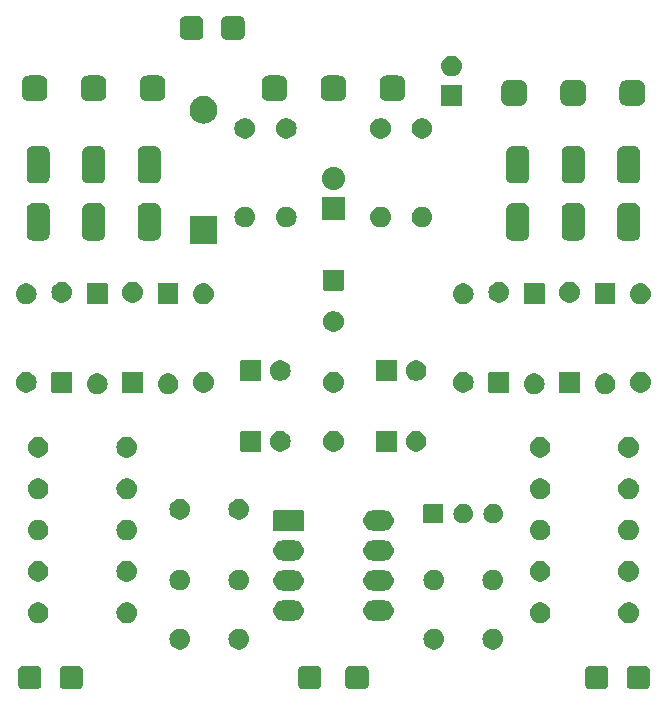
<source format=gbr>
%TF.GenerationSoftware,KiCad,Pcbnew,8.0.0*%
%TF.CreationDate,2024-04-22T22:36:35-07:00*%
%TF.ProjectId,rat-v2,7261742d-7632-42e6-9b69-6361645f7063,rev?*%
%TF.SameCoordinates,Original*%
%TF.FileFunction,Soldermask,Top*%
%TF.FilePolarity,Negative*%
%FSLAX46Y46*%
G04 Gerber Fmt 4.6, Leading zero omitted, Abs format (unit mm)*
G04 Created by KiCad (PCBNEW 8.0.0) date 2024-04-22 22:36:35*
%MOMM*%
%LPD*%
G01*
G04 APERTURE LIST*
G04 APERTURE END LIST*
G36*
X57904230Y-138020616D02*
G01*
X57969195Y-138026707D01*
X57985719Y-138032489D01*
X58008428Y-138035798D01*
X58041805Y-138052115D01*
X58077296Y-138064534D01*
X58097085Y-138079139D01*
X58120809Y-138090737D01*
X58143375Y-138113303D01*
X58168300Y-138131699D01*
X58186695Y-138156623D01*
X58209263Y-138179191D01*
X58220861Y-138202915D01*
X58235465Y-138222703D01*
X58247882Y-138258189D01*
X58264202Y-138291572D01*
X58267511Y-138314283D01*
X58273292Y-138330804D01*
X58279381Y-138395753D01*
X58280000Y-138400000D01*
X58280000Y-139600000D01*
X58279380Y-139604249D01*
X58273292Y-139669195D01*
X58267511Y-139685714D01*
X58264202Y-139708428D01*
X58247881Y-139741812D01*
X58235465Y-139777296D01*
X58220862Y-139797081D01*
X58209263Y-139820809D01*
X58186692Y-139843379D01*
X58168300Y-139868300D01*
X58143379Y-139886692D01*
X58120809Y-139909263D01*
X58097081Y-139920862D01*
X58077296Y-139935465D01*
X58041812Y-139947881D01*
X58008428Y-139964202D01*
X57985714Y-139967511D01*
X57969195Y-139973292D01*
X57904247Y-139979381D01*
X57900000Y-139980000D01*
X56700000Y-139980000D01*
X56695752Y-139979381D01*
X56630804Y-139973292D01*
X56614283Y-139967511D01*
X56591572Y-139964202D01*
X56558189Y-139947882D01*
X56522703Y-139935465D01*
X56502915Y-139920861D01*
X56479191Y-139909263D01*
X56456623Y-139886695D01*
X56431699Y-139868300D01*
X56413303Y-139843375D01*
X56390737Y-139820809D01*
X56379139Y-139797085D01*
X56364534Y-139777296D01*
X56352115Y-139741805D01*
X56335798Y-139708428D01*
X56332489Y-139685719D01*
X56326707Y-139669195D01*
X56320616Y-139604228D01*
X56320000Y-139600000D01*
X56320000Y-138400000D01*
X56320616Y-138395771D01*
X56326707Y-138330804D01*
X56332489Y-138314278D01*
X56335798Y-138291572D01*
X56352113Y-138258196D01*
X56364534Y-138222703D01*
X56379140Y-138202911D01*
X56390737Y-138179191D01*
X56413301Y-138156626D01*
X56431699Y-138131699D01*
X56456626Y-138113301D01*
X56479191Y-138090737D01*
X56502911Y-138079140D01*
X56522703Y-138064534D01*
X56558196Y-138052113D01*
X56591572Y-138035798D01*
X56614278Y-138032489D01*
X56630804Y-138026707D01*
X56695773Y-138020615D01*
X56700000Y-138020000D01*
X57900000Y-138020000D01*
X57904230Y-138020616D01*
G37*
G36*
X61404230Y-138020616D02*
G01*
X61469195Y-138026707D01*
X61485719Y-138032489D01*
X61508428Y-138035798D01*
X61541805Y-138052115D01*
X61577296Y-138064534D01*
X61597085Y-138079139D01*
X61620809Y-138090737D01*
X61643375Y-138113303D01*
X61668300Y-138131699D01*
X61686695Y-138156623D01*
X61709263Y-138179191D01*
X61720861Y-138202915D01*
X61735465Y-138222703D01*
X61747882Y-138258189D01*
X61764202Y-138291572D01*
X61767511Y-138314283D01*
X61773292Y-138330804D01*
X61779381Y-138395753D01*
X61780000Y-138400000D01*
X61780000Y-139600000D01*
X61779380Y-139604249D01*
X61773292Y-139669195D01*
X61767511Y-139685714D01*
X61764202Y-139708428D01*
X61747881Y-139741812D01*
X61735465Y-139777296D01*
X61720862Y-139797081D01*
X61709263Y-139820809D01*
X61686692Y-139843379D01*
X61668300Y-139868300D01*
X61643379Y-139886692D01*
X61620809Y-139909263D01*
X61597081Y-139920862D01*
X61577296Y-139935465D01*
X61541812Y-139947881D01*
X61508428Y-139964202D01*
X61485714Y-139967511D01*
X61469195Y-139973292D01*
X61404247Y-139979381D01*
X61400000Y-139980000D01*
X60200000Y-139980000D01*
X60195752Y-139979381D01*
X60130804Y-139973292D01*
X60114283Y-139967511D01*
X60091572Y-139964202D01*
X60058189Y-139947882D01*
X60022703Y-139935465D01*
X60002915Y-139920861D01*
X59979191Y-139909263D01*
X59956623Y-139886695D01*
X59931699Y-139868300D01*
X59913303Y-139843375D01*
X59890737Y-139820809D01*
X59879139Y-139797085D01*
X59864534Y-139777296D01*
X59852115Y-139741805D01*
X59835798Y-139708428D01*
X59832489Y-139685719D01*
X59826707Y-139669195D01*
X59820616Y-139604228D01*
X59820000Y-139600000D01*
X59820000Y-138400000D01*
X59820616Y-138395771D01*
X59826707Y-138330804D01*
X59832489Y-138314278D01*
X59835798Y-138291572D01*
X59852113Y-138258196D01*
X59864534Y-138222703D01*
X59879140Y-138202911D01*
X59890737Y-138179191D01*
X59913301Y-138156626D01*
X59931699Y-138131699D01*
X59956626Y-138113301D01*
X59979191Y-138090737D01*
X60002911Y-138079140D01*
X60022703Y-138064534D01*
X60058196Y-138052113D01*
X60091572Y-138035798D01*
X60114278Y-138032489D01*
X60130804Y-138026707D01*
X60195773Y-138020615D01*
X60200000Y-138020000D01*
X61400000Y-138020000D01*
X61404230Y-138020616D01*
G37*
G36*
X81604230Y-138020616D02*
G01*
X81669195Y-138026707D01*
X81685719Y-138032489D01*
X81708428Y-138035798D01*
X81741805Y-138052115D01*
X81777296Y-138064534D01*
X81797085Y-138079139D01*
X81820809Y-138090737D01*
X81843375Y-138113303D01*
X81868300Y-138131699D01*
X81886695Y-138156623D01*
X81909263Y-138179191D01*
X81920861Y-138202915D01*
X81935465Y-138222703D01*
X81947882Y-138258189D01*
X81964202Y-138291572D01*
X81967511Y-138314283D01*
X81973292Y-138330804D01*
X81979381Y-138395753D01*
X81980000Y-138400000D01*
X81980000Y-139600000D01*
X81979380Y-139604249D01*
X81973292Y-139669195D01*
X81967511Y-139685714D01*
X81964202Y-139708428D01*
X81947881Y-139741812D01*
X81935465Y-139777296D01*
X81920862Y-139797081D01*
X81909263Y-139820809D01*
X81886692Y-139843379D01*
X81868300Y-139868300D01*
X81843379Y-139886692D01*
X81820809Y-139909263D01*
X81797081Y-139920862D01*
X81777296Y-139935465D01*
X81741812Y-139947881D01*
X81708428Y-139964202D01*
X81685714Y-139967511D01*
X81669195Y-139973292D01*
X81604247Y-139979381D01*
X81600000Y-139980000D01*
X80400000Y-139980000D01*
X80395752Y-139979381D01*
X80330804Y-139973292D01*
X80314283Y-139967511D01*
X80291572Y-139964202D01*
X80258189Y-139947882D01*
X80222703Y-139935465D01*
X80202915Y-139920861D01*
X80179191Y-139909263D01*
X80156623Y-139886695D01*
X80131699Y-139868300D01*
X80113303Y-139843375D01*
X80090737Y-139820809D01*
X80079139Y-139797085D01*
X80064534Y-139777296D01*
X80052115Y-139741805D01*
X80035798Y-139708428D01*
X80032489Y-139685719D01*
X80026707Y-139669195D01*
X80020616Y-139604228D01*
X80020000Y-139600000D01*
X80020000Y-138400000D01*
X80020616Y-138395771D01*
X80026707Y-138330804D01*
X80032489Y-138314278D01*
X80035798Y-138291572D01*
X80052113Y-138258196D01*
X80064534Y-138222703D01*
X80079140Y-138202911D01*
X80090737Y-138179191D01*
X80113301Y-138156626D01*
X80131699Y-138131699D01*
X80156626Y-138113301D01*
X80179191Y-138090737D01*
X80202911Y-138079140D01*
X80222703Y-138064534D01*
X80258196Y-138052113D01*
X80291572Y-138035798D01*
X80314278Y-138032489D01*
X80330804Y-138026707D01*
X80395773Y-138020615D01*
X80400000Y-138020000D01*
X81600000Y-138020000D01*
X81604230Y-138020616D01*
G37*
G36*
X85604230Y-138020616D02*
G01*
X85669195Y-138026707D01*
X85685719Y-138032489D01*
X85708428Y-138035798D01*
X85741805Y-138052115D01*
X85777296Y-138064534D01*
X85797085Y-138079139D01*
X85820809Y-138090737D01*
X85843375Y-138113303D01*
X85868300Y-138131699D01*
X85886695Y-138156623D01*
X85909263Y-138179191D01*
X85920861Y-138202915D01*
X85935465Y-138222703D01*
X85947882Y-138258189D01*
X85964202Y-138291572D01*
X85967511Y-138314283D01*
X85973292Y-138330804D01*
X85979381Y-138395753D01*
X85980000Y-138400000D01*
X85980000Y-139600000D01*
X85979380Y-139604249D01*
X85973292Y-139669195D01*
X85967511Y-139685714D01*
X85964202Y-139708428D01*
X85947881Y-139741812D01*
X85935465Y-139777296D01*
X85920862Y-139797081D01*
X85909263Y-139820809D01*
X85886692Y-139843379D01*
X85868300Y-139868300D01*
X85843379Y-139886692D01*
X85820809Y-139909263D01*
X85797081Y-139920862D01*
X85777296Y-139935465D01*
X85741812Y-139947881D01*
X85708428Y-139964202D01*
X85685714Y-139967511D01*
X85669195Y-139973292D01*
X85604247Y-139979381D01*
X85600000Y-139980000D01*
X84400000Y-139980000D01*
X84395752Y-139979381D01*
X84330804Y-139973292D01*
X84314283Y-139967511D01*
X84291572Y-139964202D01*
X84258189Y-139947882D01*
X84222703Y-139935465D01*
X84202915Y-139920861D01*
X84179191Y-139909263D01*
X84156623Y-139886695D01*
X84131699Y-139868300D01*
X84113303Y-139843375D01*
X84090737Y-139820809D01*
X84079139Y-139797085D01*
X84064534Y-139777296D01*
X84052115Y-139741805D01*
X84035798Y-139708428D01*
X84032489Y-139685719D01*
X84026707Y-139669195D01*
X84020616Y-139604228D01*
X84020000Y-139600000D01*
X84020000Y-138400000D01*
X84020616Y-138395771D01*
X84026707Y-138330804D01*
X84032489Y-138314278D01*
X84035798Y-138291572D01*
X84052113Y-138258196D01*
X84064534Y-138222703D01*
X84079140Y-138202911D01*
X84090737Y-138179191D01*
X84113301Y-138156626D01*
X84131699Y-138131699D01*
X84156626Y-138113301D01*
X84179191Y-138090737D01*
X84202911Y-138079140D01*
X84222703Y-138064534D01*
X84258196Y-138052113D01*
X84291572Y-138035798D01*
X84314278Y-138032489D01*
X84330804Y-138026707D01*
X84395773Y-138020615D01*
X84400000Y-138020000D01*
X85600000Y-138020000D01*
X85604230Y-138020616D01*
G37*
G36*
X105904230Y-138020616D02*
G01*
X105969195Y-138026707D01*
X105985719Y-138032489D01*
X106008428Y-138035798D01*
X106041805Y-138052115D01*
X106077296Y-138064534D01*
X106097085Y-138079139D01*
X106120809Y-138090737D01*
X106143375Y-138113303D01*
X106168300Y-138131699D01*
X106186695Y-138156623D01*
X106209263Y-138179191D01*
X106220861Y-138202915D01*
X106235465Y-138222703D01*
X106247882Y-138258189D01*
X106264202Y-138291572D01*
X106267511Y-138314283D01*
X106273292Y-138330804D01*
X106279381Y-138395753D01*
X106280000Y-138400000D01*
X106280000Y-139600000D01*
X106279380Y-139604249D01*
X106273292Y-139669195D01*
X106267511Y-139685714D01*
X106264202Y-139708428D01*
X106247881Y-139741812D01*
X106235465Y-139777296D01*
X106220862Y-139797081D01*
X106209263Y-139820809D01*
X106186692Y-139843379D01*
X106168300Y-139868300D01*
X106143379Y-139886692D01*
X106120809Y-139909263D01*
X106097081Y-139920862D01*
X106077296Y-139935465D01*
X106041812Y-139947881D01*
X106008428Y-139964202D01*
X105985714Y-139967511D01*
X105969195Y-139973292D01*
X105904247Y-139979381D01*
X105900000Y-139980000D01*
X104700000Y-139980000D01*
X104695752Y-139979381D01*
X104630804Y-139973292D01*
X104614283Y-139967511D01*
X104591572Y-139964202D01*
X104558189Y-139947882D01*
X104522703Y-139935465D01*
X104502915Y-139920861D01*
X104479191Y-139909263D01*
X104456623Y-139886695D01*
X104431699Y-139868300D01*
X104413303Y-139843375D01*
X104390737Y-139820809D01*
X104379139Y-139797085D01*
X104364534Y-139777296D01*
X104352115Y-139741805D01*
X104335798Y-139708428D01*
X104332489Y-139685719D01*
X104326707Y-139669195D01*
X104320616Y-139604228D01*
X104320000Y-139600000D01*
X104320000Y-138400000D01*
X104320616Y-138395771D01*
X104326707Y-138330804D01*
X104332489Y-138314278D01*
X104335798Y-138291572D01*
X104352113Y-138258196D01*
X104364534Y-138222703D01*
X104379140Y-138202911D01*
X104390737Y-138179191D01*
X104413301Y-138156626D01*
X104431699Y-138131699D01*
X104456626Y-138113301D01*
X104479191Y-138090737D01*
X104502911Y-138079140D01*
X104522703Y-138064534D01*
X104558196Y-138052113D01*
X104591572Y-138035798D01*
X104614278Y-138032489D01*
X104630804Y-138026707D01*
X104695773Y-138020615D01*
X104700000Y-138020000D01*
X105900000Y-138020000D01*
X105904230Y-138020616D01*
G37*
G36*
X109404230Y-138020616D02*
G01*
X109469195Y-138026707D01*
X109485719Y-138032489D01*
X109508428Y-138035798D01*
X109541805Y-138052115D01*
X109577296Y-138064534D01*
X109597085Y-138079139D01*
X109620809Y-138090737D01*
X109643375Y-138113303D01*
X109668300Y-138131699D01*
X109686695Y-138156623D01*
X109709263Y-138179191D01*
X109720861Y-138202915D01*
X109735465Y-138222703D01*
X109747882Y-138258189D01*
X109764202Y-138291572D01*
X109767511Y-138314283D01*
X109773292Y-138330804D01*
X109779381Y-138395753D01*
X109780000Y-138400000D01*
X109780000Y-139600000D01*
X109779380Y-139604249D01*
X109773292Y-139669195D01*
X109767511Y-139685714D01*
X109764202Y-139708428D01*
X109747881Y-139741812D01*
X109735465Y-139777296D01*
X109720862Y-139797081D01*
X109709263Y-139820809D01*
X109686692Y-139843379D01*
X109668300Y-139868300D01*
X109643379Y-139886692D01*
X109620809Y-139909263D01*
X109597081Y-139920862D01*
X109577296Y-139935465D01*
X109541812Y-139947881D01*
X109508428Y-139964202D01*
X109485714Y-139967511D01*
X109469195Y-139973292D01*
X109404247Y-139979381D01*
X109400000Y-139980000D01*
X108200000Y-139980000D01*
X108195752Y-139979381D01*
X108130804Y-139973292D01*
X108114283Y-139967511D01*
X108091572Y-139964202D01*
X108058189Y-139947882D01*
X108022703Y-139935465D01*
X108002915Y-139920861D01*
X107979191Y-139909263D01*
X107956623Y-139886695D01*
X107931699Y-139868300D01*
X107913303Y-139843375D01*
X107890737Y-139820809D01*
X107879139Y-139797085D01*
X107864534Y-139777296D01*
X107852115Y-139741805D01*
X107835798Y-139708428D01*
X107832489Y-139685719D01*
X107826707Y-139669195D01*
X107820616Y-139604228D01*
X107820000Y-139600000D01*
X107820000Y-138400000D01*
X107820616Y-138395771D01*
X107826707Y-138330804D01*
X107832489Y-138314278D01*
X107835798Y-138291572D01*
X107852113Y-138258196D01*
X107864534Y-138222703D01*
X107879140Y-138202911D01*
X107890737Y-138179191D01*
X107913301Y-138156626D01*
X107931699Y-138131699D01*
X107956626Y-138113301D01*
X107979191Y-138090737D01*
X108002911Y-138079140D01*
X108022703Y-138064534D01*
X108058196Y-138052113D01*
X108091572Y-138035798D01*
X108114278Y-138032489D01*
X108130804Y-138026707D01*
X108195773Y-138020615D01*
X108200000Y-138020000D01*
X109400000Y-138020000D01*
X109404230Y-138020616D01*
G37*
G36*
X70271935Y-134913070D02*
G01*
X70440000Y-134987898D01*
X70588835Y-135096033D01*
X70711935Y-135232749D01*
X70803920Y-135392072D01*
X70860770Y-135567038D01*
X70880000Y-135750000D01*
X70860770Y-135932962D01*
X70803920Y-136107928D01*
X70711935Y-136267251D01*
X70588835Y-136403967D01*
X70440000Y-136512102D01*
X70271935Y-136586930D01*
X70091985Y-136625179D01*
X69908015Y-136625179D01*
X69728065Y-136586930D01*
X69560000Y-136512102D01*
X69411165Y-136403967D01*
X69288065Y-136267251D01*
X69196080Y-136107928D01*
X69139230Y-135932962D01*
X69120000Y-135750000D01*
X69139230Y-135567038D01*
X69196080Y-135392072D01*
X69288065Y-135232749D01*
X69411165Y-135096033D01*
X69560000Y-134987898D01*
X69728065Y-134913070D01*
X69908015Y-134874821D01*
X70091985Y-134874821D01*
X70271935Y-134913070D01*
G37*
G36*
X75271935Y-134913070D02*
G01*
X75440000Y-134987898D01*
X75588835Y-135096033D01*
X75711935Y-135232749D01*
X75803920Y-135392072D01*
X75860770Y-135567038D01*
X75880000Y-135750000D01*
X75860770Y-135932962D01*
X75803920Y-136107928D01*
X75711935Y-136267251D01*
X75588835Y-136403967D01*
X75440000Y-136512102D01*
X75271935Y-136586930D01*
X75091985Y-136625179D01*
X74908015Y-136625179D01*
X74728065Y-136586930D01*
X74560000Y-136512102D01*
X74411165Y-136403967D01*
X74288065Y-136267251D01*
X74196080Y-136107928D01*
X74139230Y-135932962D01*
X74120000Y-135750000D01*
X74139230Y-135567038D01*
X74196080Y-135392072D01*
X74288065Y-135232749D01*
X74411165Y-135096033D01*
X74560000Y-134987898D01*
X74728065Y-134913070D01*
X74908015Y-134874821D01*
X75091985Y-134874821D01*
X75271935Y-134913070D01*
G37*
G36*
X91771935Y-134913070D02*
G01*
X91940000Y-134987898D01*
X92088835Y-135096033D01*
X92211935Y-135232749D01*
X92303920Y-135392072D01*
X92360770Y-135567038D01*
X92380000Y-135750000D01*
X92360770Y-135932962D01*
X92303920Y-136107928D01*
X92211935Y-136267251D01*
X92088835Y-136403967D01*
X91940000Y-136512102D01*
X91771935Y-136586930D01*
X91591985Y-136625179D01*
X91408015Y-136625179D01*
X91228065Y-136586930D01*
X91060000Y-136512102D01*
X90911165Y-136403967D01*
X90788065Y-136267251D01*
X90696080Y-136107928D01*
X90639230Y-135932962D01*
X90620000Y-135750000D01*
X90639230Y-135567038D01*
X90696080Y-135392072D01*
X90788065Y-135232749D01*
X90911165Y-135096033D01*
X91060000Y-134987898D01*
X91228065Y-134913070D01*
X91408015Y-134874821D01*
X91591985Y-134874821D01*
X91771935Y-134913070D01*
G37*
G36*
X96771935Y-134913070D02*
G01*
X96940000Y-134987898D01*
X97088835Y-135096033D01*
X97211935Y-135232749D01*
X97303920Y-135392072D01*
X97360770Y-135567038D01*
X97380000Y-135750000D01*
X97360770Y-135932962D01*
X97303920Y-136107928D01*
X97211935Y-136267251D01*
X97088835Y-136403967D01*
X96940000Y-136512102D01*
X96771935Y-136586930D01*
X96591985Y-136625179D01*
X96408015Y-136625179D01*
X96228065Y-136586930D01*
X96060000Y-136512102D01*
X95911165Y-136403967D01*
X95788065Y-136267251D01*
X95696080Y-136107928D01*
X95639230Y-135932962D01*
X95620000Y-135750000D01*
X95639230Y-135567038D01*
X95696080Y-135392072D01*
X95788065Y-135232749D01*
X95911165Y-135096033D01*
X96060000Y-134987898D01*
X96228065Y-134913070D01*
X96408015Y-134874821D01*
X96591985Y-134874821D01*
X96771935Y-134913070D01*
G37*
G36*
X58271935Y-132663070D02*
G01*
X58440000Y-132737898D01*
X58588835Y-132846033D01*
X58711935Y-132982749D01*
X58803920Y-133142072D01*
X58860770Y-133317038D01*
X58880000Y-133500000D01*
X58860770Y-133682962D01*
X58803920Y-133857928D01*
X58711935Y-134017251D01*
X58588835Y-134153967D01*
X58440000Y-134262102D01*
X58271935Y-134336930D01*
X58091985Y-134375179D01*
X57908015Y-134375179D01*
X57728065Y-134336930D01*
X57560000Y-134262102D01*
X57411165Y-134153967D01*
X57288065Y-134017251D01*
X57196080Y-133857928D01*
X57139230Y-133682962D01*
X57120000Y-133500000D01*
X57139230Y-133317038D01*
X57196080Y-133142072D01*
X57288065Y-132982749D01*
X57411165Y-132846033D01*
X57560000Y-132737898D01*
X57728065Y-132663070D01*
X57908015Y-132624821D01*
X58091985Y-132624821D01*
X58271935Y-132663070D01*
G37*
G36*
X65771935Y-132663070D02*
G01*
X65940000Y-132737898D01*
X66088835Y-132846033D01*
X66211935Y-132982749D01*
X66303920Y-133142072D01*
X66360770Y-133317038D01*
X66380000Y-133500000D01*
X66360770Y-133682962D01*
X66303920Y-133857928D01*
X66211935Y-134017251D01*
X66088835Y-134153967D01*
X65940000Y-134262102D01*
X65771935Y-134336930D01*
X65591985Y-134375179D01*
X65408015Y-134375179D01*
X65228065Y-134336930D01*
X65060000Y-134262102D01*
X64911165Y-134153967D01*
X64788065Y-134017251D01*
X64696080Y-133857928D01*
X64639230Y-133682962D01*
X64620000Y-133500000D01*
X64639230Y-133317038D01*
X64696080Y-133142072D01*
X64788065Y-132982749D01*
X64911165Y-132846033D01*
X65060000Y-132737898D01*
X65228065Y-132663070D01*
X65408015Y-132624821D01*
X65591985Y-132624821D01*
X65771935Y-132663070D01*
G37*
G36*
X100771935Y-132663070D02*
G01*
X100940000Y-132737898D01*
X101088835Y-132846033D01*
X101211935Y-132982749D01*
X101303920Y-133142072D01*
X101360770Y-133317038D01*
X101380000Y-133500000D01*
X101360770Y-133682962D01*
X101303920Y-133857928D01*
X101211935Y-134017251D01*
X101088835Y-134153967D01*
X100940000Y-134262102D01*
X100771935Y-134336930D01*
X100591985Y-134375179D01*
X100408015Y-134375179D01*
X100228065Y-134336930D01*
X100060000Y-134262102D01*
X99911165Y-134153967D01*
X99788065Y-134017251D01*
X99696080Y-133857928D01*
X99639230Y-133682962D01*
X99620000Y-133500000D01*
X99639230Y-133317038D01*
X99696080Y-133142072D01*
X99788065Y-132982749D01*
X99911165Y-132846033D01*
X100060000Y-132737898D01*
X100228065Y-132663070D01*
X100408015Y-132624821D01*
X100591985Y-132624821D01*
X100771935Y-132663070D01*
G37*
G36*
X108271935Y-132663070D02*
G01*
X108440000Y-132737898D01*
X108588835Y-132846033D01*
X108711935Y-132982749D01*
X108803920Y-133142072D01*
X108860770Y-133317038D01*
X108880000Y-133500000D01*
X108860770Y-133682962D01*
X108803920Y-133857928D01*
X108711935Y-134017251D01*
X108588835Y-134153967D01*
X108440000Y-134262102D01*
X108271935Y-134336930D01*
X108091985Y-134375179D01*
X107908015Y-134375179D01*
X107728065Y-134336930D01*
X107560000Y-134262102D01*
X107411165Y-134153967D01*
X107288065Y-134017251D01*
X107196080Y-133857928D01*
X107139230Y-133682962D01*
X107120000Y-133500000D01*
X107139230Y-133317038D01*
X107196080Y-133142072D01*
X107288065Y-132982749D01*
X107411165Y-132846033D01*
X107560000Y-132737898D01*
X107728065Y-132663070D01*
X107908015Y-132624821D01*
X108091985Y-132624821D01*
X108271935Y-132663070D01*
G37*
G36*
X79686255Y-132444237D02*
G01*
X79855451Y-132477893D01*
X80014829Y-132543909D01*
X80158266Y-132639751D01*
X80280249Y-132761734D01*
X80376091Y-132905171D01*
X80442107Y-133064549D01*
X80475763Y-133233745D01*
X80475763Y-133406255D01*
X80442107Y-133575451D01*
X80376091Y-133734829D01*
X80280249Y-133878266D01*
X80158266Y-134000249D01*
X80014829Y-134096091D01*
X79855451Y-134162107D01*
X79686255Y-134195763D01*
X78800000Y-134200000D01*
X78713745Y-134195763D01*
X78544549Y-134162107D01*
X78385171Y-134096091D01*
X78241734Y-134000249D01*
X78119751Y-133878266D01*
X78023909Y-133734829D01*
X77957893Y-133575451D01*
X77924237Y-133406255D01*
X77924237Y-133233745D01*
X77957893Y-133064549D01*
X78023909Y-132905171D01*
X78119751Y-132761734D01*
X78241734Y-132639751D01*
X78385171Y-132543909D01*
X78544549Y-132477893D01*
X78713745Y-132444237D01*
X79597571Y-132440011D01*
X79598887Y-132440005D01*
X79598892Y-132440005D01*
X79600000Y-132440000D01*
X79686255Y-132444237D01*
G37*
G36*
X87306255Y-132444237D02*
G01*
X87475451Y-132477893D01*
X87634829Y-132543909D01*
X87778266Y-132639751D01*
X87900249Y-132761734D01*
X87996091Y-132905171D01*
X88062107Y-133064549D01*
X88095763Y-133233745D01*
X88095763Y-133406255D01*
X88062107Y-133575451D01*
X87996091Y-133734829D01*
X87900249Y-133878266D01*
X87778266Y-134000249D01*
X87634829Y-134096091D01*
X87475451Y-134162107D01*
X87306255Y-134195763D01*
X86420000Y-134200000D01*
X86333745Y-134195763D01*
X86164549Y-134162107D01*
X86005171Y-134096091D01*
X85861734Y-134000249D01*
X85739751Y-133878266D01*
X85643909Y-133734829D01*
X85577893Y-133575451D01*
X85544237Y-133406255D01*
X85544237Y-133233745D01*
X85577893Y-133064549D01*
X85643909Y-132905171D01*
X85739751Y-132761734D01*
X85861734Y-132639751D01*
X86005171Y-132543909D01*
X86164549Y-132477893D01*
X86333745Y-132444237D01*
X87217571Y-132440011D01*
X87218887Y-132440005D01*
X87218892Y-132440005D01*
X87220000Y-132440000D01*
X87306255Y-132444237D01*
G37*
G36*
X79686255Y-129904237D02*
G01*
X79855451Y-129937893D01*
X80014829Y-130003909D01*
X80158266Y-130099751D01*
X80280249Y-130221734D01*
X80376091Y-130365171D01*
X80442107Y-130524549D01*
X80475763Y-130693745D01*
X80475763Y-130866255D01*
X80442107Y-131035451D01*
X80376091Y-131194829D01*
X80280249Y-131338266D01*
X80158266Y-131460249D01*
X80014829Y-131556091D01*
X79855451Y-131622107D01*
X79686255Y-131655763D01*
X78800000Y-131660000D01*
X78713745Y-131655763D01*
X78544549Y-131622107D01*
X78385171Y-131556091D01*
X78241734Y-131460249D01*
X78119751Y-131338266D01*
X78023909Y-131194829D01*
X77957893Y-131035451D01*
X77924237Y-130866255D01*
X77924237Y-130693745D01*
X77957893Y-130524549D01*
X78023909Y-130365171D01*
X78119751Y-130221734D01*
X78241734Y-130099751D01*
X78385171Y-130003909D01*
X78544549Y-129937893D01*
X78713745Y-129904237D01*
X79597571Y-129900011D01*
X79598887Y-129900005D01*
X79598892Y-129900005D01*
X79600000Y-129900000D01*
X79686255Y-129904237D01*
G37*
G36*
X87306255Y-129904237D02*
G01*
X87475451Y-129937893D01*
X87634829Y-130003909D01*
X87778266Y-130099751D01*
X87900249Y-130221734D01*
X87996091Y-130365171D01*
X88062107Y-130524549D01*
X88095763Y-130693745D01*
X88095763Y-130866255D01*
X88062107Y-131035451D01*
X87996091Y-131194829D01*
X87900249Y-131338266D01*
X87778266Y-131460249D01*
X87634829Y-131556091D01*
X87475451Y-131622107D01*
X87306255Y-131655763D01*
X86420000Y-131660000D01*
X86333745Y-131655763D01*
X86164549Y-131622107D01*
X86005171Y-131556091D01*
X85861734Y-131460249D01*
X85739751Y-131338266D01*
X85643909Y-131194829D01*
X85577893Y-131035451D01*
X85544237Y-130866255D01*
X85544237Y-130693745D01*
X85577893Y-130524549D01*
X85643909Y-130365171D01*
X85739751Y-130221734D01*
X85861734Y-130099751D01*
X86005171Y-130003909D01*
X86164549Y-129937893D01*
X86333745Y-129904237D01*
X87217571Y-129900011D01*
X87218887Y-129900005D01*
X87218892Y-129900005D01*
X87220000Y-129900000D01*
X87306255Y-129904237D01*
G37*
G36*
X70271935Y-129913070D02*
G01*
X70440000Y-129987898D01*
X70588835Y-130096033D01*
X70711935Y-130232749D01*
X70803920Y-130392072D01*
X70860770Y-130567038D01*
X70880000Y-130750000D01*
X70860770Y-130932962D01*
X70803920Y-131107928D01*
X70711935Y-131267251D01*
X70588835Y-131403967D01*
X70440000Y-131512102D01*
X70271935Y-131586930D01*
X70091985Y-131625179D01*
X69908015Y-131625179D01*
X69728065Y-131586930D01*
X69560000Y-131512102D01*
X69411165Y-131403967D01*
X69288065Y-131267251D01*
X69196080Y-131107928D01*
X69139230Y-130932962D01*
X69120000Y-130750000D01*
X69139230Y-130567038D01*
X69196080Y-130392072D01*
X69288065Y-130232749D01*
X69411165Y-130096033D01*
X69560000Y-129987898D01*
X69728065Y-129913070D01*
X69908015Y-129874821D01*
X70091985Y-129874821D01*
X70271935Y-129913070D01*
G37*
G36*
X75271935Y-129913070D02*
G01*
X75440000Y-129987898D01*
X75588835Y-130096033D01*
X75711935Y-130232749D01*
X75803920Y-130392072D01*
X75860770Y-130567038D01*
X75880000Y-130750000D01*
X75860770Y-130932962D01*
X75803920Y-131107928D01*
X75711935Y-131267251D01*
X75588835Y-131403967D01*
X75440000Y-131512102D01*
X75271935Y-131586930D01*
X75091985Y-131625179D01*
X74908015Y-131625179D01*
X74728065Y-131586930D01*
X74560000Y-131512102D01*
X74411165Y-131403967D01*
X74288065Y-131267251D01*
X74196080Y-131107928D01*
X74139230Y-130932962D01*
X74120000Y-130750000D01*
X74139230Y-130567038D01*
X74196080Y-130392072D01*
X74288065Y-130232749D01*
X74411165Y-130096033D01*
X74560000Y-129987898D01*
X74728065Y-129913070D01*
X74908015Y-129874821D01*
X75091985Y-129874821D01*
X75271935Y-129913070D01*
G37*
G36*
X91771935Y-129913070D02*
G01*
X91940000Y-129987898D01*
X92088835Y-130096033D01*
X92211935Y-130232749D01*
X92303920Y-130392072D01*
X92360770Y-130567038D01*
X92380000Y-130750000D01*
X92360770Y-130932962D01*
X92303920Y-131107928D01*
X92211935Y-131267251D01*
X92088835Y-131403967D01*
X91940000Y-131512102D01*
X91771935Y-131586930D01*
X91591985Y-131625179D01*
X91408015Y-131625179D01*
X91228065Y-131586930D01*
X91060000Y-131512102D01*
X90911165Y-131403967D01*
X90788065Y-131267251D01*
X90696080Y-131107928D01*
X90639230Y-130932962D01*
X90620000Y-130750000D01*
X90639230Y-130567038D01*
X90696080Y-130392072D01*
X90788065Y-130232749D01*
X90911165Y-130096033D01*
X91060000Y-129987898D01*
X91228065Y-129913070D01*
X91408015Y-129874821D01*
X91591985Y-129874821D01*
X91771935Y-129913070D01*
G37*
G36*
X96771935Y-129913070D02*
G01*
X96940000Y-129987898D01*
X97088835Y-130096033D01*
X97211935Y-130232749D01*
X97303920Y-130392072D01*
X97360770Y-130567038D01*
X97380000Y-130750000D01*
X97360770Y-130932962D01*
X97303920Y-131107928D01*
X97211935Y-131267251D01*
X97088835Y-131403967D01*
X96940000Y-131512102D01*
X96771935Y-131586930D01*
X96591985Y-131625179D01*
X96408015Y-131625179D01*
X96228065Y-131586930D01*
X96060000Y-131512102D01*
X95911165Y-131403967D01*
X95788065Y-131267251D01*
X95696080Y-131107928D01*
X95639230Y-130932962D01*
X95620000Y-130750000D01*
X95639230Y-130567038D01*
X95696080Y-130392072D01*
X95788065Y-130232749D01*
X95911165Y-130096033D01*
X96060000Y-129987898D01*
X96228065Y-129913070D01*
X96408015Y-129874821D01*
X96591985Y-129874821D01*
X96771935Y-129913070D01*
G37*
G36*
X58271935Y-129163070D02*
G01*
X58440000Y-129237898D01*
X58588835Y-129346033D01*
X58711935Y-129482749D01*
X58803920Y-129642072D01*
X58860770Y-129817038D01*
X58880000Y-130000000D01*
X58860770Y-130182962D01*
X58803920Y-130357928D01*
X58711935Y-130517251D01*
X58588835Y-130653967D01*
X58440000Y-130762102D01*
X58271935Y-130836930D01*
X58091985Y-130875179D01*
X57908015Y-130875179D01*
X57728065Y-130836930D01*
X57560000Y-130762102D01*
X57411165Y-130653967D01*
X57288065Y-130517251D01*
X57196080Y-130357928D01*
X57139230Y-130182962D01*
X57120000Y-130000000D01*
X57139230Y-129817038D01*
X57196080Y-129642072D01*
X57288065Y-129482749D01*
X57411165Y-129346033D01*
X57560000Y-129237898D01*
X57728065Y-129163070D01*
X57908015Y-129124821D01*
X58091985Y-129124821D01*
X58271935Y-129163070D01*
G37*
G36*
X65771935Y-129163070D02*
G01*
X65940000Y-129237898D01*
X66088835Y-129346033D01*
X66211935Y-129482749D01*
X66303920Y-129642072D01*
X66360770Y-129817038D01*
X66380000Y-130000000D01*
X66360770Y-130182962D01*
X66303920Y-130357928D01*
X66211935Y-130517251D01*
X66088835Y-130653967D01*
X65940000Y-130762102D01*
X65771935Y-130836930D01*
X65591985Y-130875179D01*
X65408015Y-130875179D01*
X65228065Y-130836930D01*
X65060000Y-130762102D01*
X64911165Y-130653967D01*
X64788065Y-130517251D01*
X64696080Y-130357928D01*
X64639230Y-130182962D01*
X64620000Y-130000000D01*
X64639230Y-129817038D01*
X64696080Y-129642072D01*
X64788065Y-129482749D01*
X64911165Y-129346033D01*
X65060000Y-129237898D01*
X65228065Y-129163070D01*
X65408015Y-129124821D01*
X65591985Y-129124821D01*
X65771935Y-129163070D01*
G37*
G36*
X100771935Y-129163070D02*
G01*
X100940000Y-129237898D01*
X101088835Y-129346033D01*
X101211935Y-129482749D01*
X101303920Y-129642072D01*
X101360770Y-129817038D01*
X101380000Y-130000000D01*
X101360770Y-130182962D01*
X101303920Y-130357928D01*
X101211935Y-130517251D01*
X101088835Y-130653967D01*
X100940000Y-130762102D01*
X100771935Y-130836930D01*
X100591985Y-130875179D01*
X100408015Y-130875179D01*
X100228065Y-130836930D01*
X100060000Y-130762102D01*
X99911165Y-130653967D01*
X99788065Y-130517251D01*
X99696080Y-130357928D01*
X99639230Y-130182962D01*
X99620000Y-130000000D01*
X99639230Y-129817038D01*
X99696080Y-129642072D01*
X99788065Y-129482749D01*
X99911165Y-129346033D01*
X100060000Y-129237898D01*
X100228065Y-129163070D01*
X100408015Y-129124821D01*
X100591985Y-129124821D01*
X100771935Y-129163070D01*
G37*
G36*
X108271935Y-129163070D02*
G01*
X108440000Y-129237898D01*
X108588835Y-129346033D01*
X108711935Y-129482749D01*
X108803920Y-129642072D01*
X108860770Y-129817038D01*
X108880000Y-130000000D01*
X108860770Y-130182962D01*
X108803920Y-130357928D01*
X108711935Y-130517251D01*
X108588835Y-130653967D01*
X108440000Y-130762102D01*
X108271935Y-130836930D01*
X108091985Y-130875179D01*
X107908015Y-130875179D01*
X107728065Y-130836930D01*
X107560000Y-130762102D01*
X107411165Y-130653967D01*
X107288065Y-130517251D01*
X107196080Y-130357928D01*
X107139230Y-130182962D01*
X107120000Y-130000000D01*
X107139230Y-129817038D01*
X107196080Y-129642072D01*
X107288065Y-129482749D01*
X107411165Y-129346033D01*
X107560000Y-129237898D01*
X107728065Y-129163070D01*
X107908015Y-129124821D01*
X108091985Y-129124821D01*
X108271935Y-129163070D01*
G37*
G36*
X79686255Y-127364237D02*
G01*
X79855451Y-127397893D01*
X80014829Y-127463909D01*
X80158266Y-127559751D01*
X80280249Y-127681734D01*
X80376091Y-127825171D01*
X80442107Y-127984549D01*
X80475763Y-128153745D01*
X80475763Y-128326255D01*
X80442107Y-128495451D01*
X80376091Y-128654829D01*
X80280249Y-128798266D01*
X80158266Y-128920249D01*
X80014829Y-129016091D01*
X79855451Y-129082107D01*
X79686255Y-129115763D01*
X78800000Y-129120000D01*
X78713745Y-129115763D01*
X78544549Y-129082107D01*
X78385171Y-129016091D01*
X78241734Y-128920249D01*
X78119751Y-128798266D01*
X78023909Y-128654829D01*
X77957893Y-128495451D01*
X77924237Y-128326255D01*
X77924237Y-128153745D01*
X77957893Y-127984549D01*
X78023909Y-127825171D01*
X78119751Y-127681734D01*
X78241734Y-127559751D01*
X78385171Y-127463909D01*
X78544549Y-127397893D01*
X78713745Y-127364237D01*
X79597571Y-127360011D01*
X79598887Y-127360005D01*
X79598892Y-127360005D01*
X79600000Y-127360000D01*
X79686255Y-127364237D01*
G37*
G36*
X87306255Y-127364237D02*
G01*
X87475451Y-127397893D01*
X87634829Y-127463909D01*
X87778266Y-127559751D01*
X87900249Y-127681734D01*
X87996091Y-127825171D01*
X88062107Y-127984549D01*
X88095763Y-128153745D01*
X88095763Y-128326255D01*
X88062107Y-128495451D01*
X87996091Y-128654829D01*
X87900249Y-128798266D01*
X87778266Y-128920249D01*
X87634829Y-129016091D01*
X87475451Y-129082107D01*
X87306255Y-129115763D01*
X86420000Y-129120000D01*
X86333745Y-129115763D01*
X86164549Y-129082107D01*
X86005171Y-129016091D01*
X85861734Y-128920249D01*
X85739751Y-128798266D01*
X85643909Y-128654829D01*
X85577893Y-128495451D01*
X85544237Y-128326255D01*
X85544237Y-128153745D01*
X85577893Y-127984549D01*
X85643909Y-127825171D01*
X85739751Y-127681734D01*
X85861734Y-127559751D01*
X86005171Y-127463909D01*
X86164549Y-127397893D01*
X86333745Y-127364237D01*
X87217571Y-127360011D01*
X87218887Y-127360005D01*
X87218892Y-127360005D01*
X87220000Y-127360000D01*
X87306255Y-127364237D01*
G37*
G36*
X58271935Y-125663070D02*
G01*
X58440000Y-125737898D01*
X58588835Y-125846033D01*
X58711935Y-125982749D01*
X58803920Y-126142072D01*
X58860770Y-126317038D01*
X58880000Y-126500000D01*
X58860770Y-126682962D01*
X58803920Y-126857928D01*
X58711935Y-127017251D01*
X58588835Y-127153967D01*
X58440000Y-127262102D01*
X58271935Y-127336930D01*
X58091985Y-127375179D01*
X57908015Y-127375179D01*
X57728065Y-127336930D01*
X57560000Y-127262102D01*
X57411165Y-127153967D01*
X57288065Y-127017251D01*
X57196080Y-126857928D01*
X57139230Y-126682962D01*
X57120000Y-126500000D01*
X57139230Y-126317038D01*
X57196080Y-126142072D01*
X57288065Y-125982749D01*
X57411165Y-125846033D01*
X57560000Y-125737898D01*
X57728065Y-125663070D01*
X57908015Y-125624821D01*
X58091985Y-125624821D01*
X58271935Y-125663070D01*
G37*
G36*
X65771935Y-125663070D02*
G01*
X65940000Y-125737898D01*
X66088835Y-125846033D01*
X66211935Y-125982749D01*
X66303920Y-126142072D01*
X66360770Y-126317038D01*
X66380000Y-126500000D01*
X66360770Y-126682962D01*
X66303920Y-126857928D01*
X66211935Y-127017251D01*
X66088835Y-127153967D01*
X65940000Y-127262102D01*
X65771935Y-127336930D01*
X65591985Y-127375179D01*
X65408015Y-127375179D01*
X65228065Y-127336930D01*
X65060000Y-127262102D01*
X64911165Y-127153967D01*
X64788065Y-127017251D01*
X64696080Y-126857928D01*
X64639230Y-126682962D01*
X64620000Y-126500000D01*
X64639230Y-126317038D01*
X64696080Y-126142072D01*
X64788065Y-125982749D01*
X64911165Y-125846033D01*
X65060000Y-125737898D01*
X65228065Y-125663070D01*
X65408015Y-125624821D01*
X65591985Y-125624821D01*
X65771935Y-125663070D01*
G37*
G36*
X100771935Y-125663070D02*
G01*
X100940000Y-125737898D01*
X101088835Y-125846033D01*
X101211935Y-125982749D01*
X101303920Y-126142072D01*
X101360770Y-126317038D01*
X101380000Y-126500000D01*
X101360770Y-126682962D01*
X101303920Y-126857928D01*
X101211935Y-127017251D01*
X101088835Y-127153967D01*
X100940000Y-127262102D01*
X100771935Y-127336930D01*
X100591985Y-127375179D01*
X100408015Y-127375179D01*
X100228065Y-127336930D01*
X100060000Y-127262102D01*
X99911165Y-127153967D01*
X99788065Y-127017251D01*
X99696080Y-126857928D01*
X99639230Y-126682962D01*
X99620000Y-126500000D01*
X99639230Y-126317038D01*
X99696080Y-126142072D01*
X99788065Y-125982749D01*
X99911165Y-125846033D01*
X100060000Y-125737898D01*
X100228065Y-125663070D01*
X100408015Y-125624821D01*
X100591985Y-125624821D01*
X100771935Y-125663070D01*
G37*
G36*
X108271935Y-125663070D02*
G01*
X108440000Y-125737898D01*
X108588835Y-125846033D01*
X108711935Y-125982749D01*
X108803920Y-126142072D01*
X108860770Y-126317038D01*
X108880000Y-126500000D01*
X108860770Y-126682962D01*
X108803920Y-126857928D01*
X108711935Y-127017251D01*
X108588835Y-127153967D01*
X108440000Y-127262102D01*
X108271935Y-127336930D01*
X108091985Y-127375179D01*
X107908015Y-127375179D01*
X107728065Y-127336930D01*
X107560000Y-127262102D01*
X107411165Y-127153967D01*
X107288065Y-127017251D01*
X107196080Y-126857928D01*
X107139230Y-126682962D01*
X107120000Y-126500000D01*
X107139230Y-126317038D01*
X107196080Y-126142072D01*
X107288065Y-125982749D01*
X107411165Y-125846033D01*
X107560000Y-125737898D01*
X107728065Y-125663070D01*
X107908015Y-125624821D01*
X108091985Y-125624821D01*
X108271935Y-125663070D01*
G37*
G36*
X80430615Y-124826090D02*
G01*
X80456569Y-124843431D01*
X80473910Y-124869385D01*
X80480000Y-124900000D01*
X80480000Y-126500000D01*
X80473910Y-126530615D01*
X80456569Y-126556569D01*
X80430615Y-126573910D01*
X80400000Y-126580000D01*
X78000000Y-126580000D01*
X77969385Y-126573910D01*
X77943431Y-126556569D01*
X77926090Y-126530615D01*
X77920000Y-126500000D01*
X77920000Y-124900000D01*
X77926090Y-124869385D01*
X77943431Y-124843431D01*
X77969385Y-124826090D01*
X78000000Y-124820000D01*
X80400000Y-124820000D01*
X80430615Y-124826090D01*
G37*
G36*
X87306255Y-124824237D02*
G01*
X87475451Y-124857893D01*
X87634829Y-124923909D01*
X87778266Y-125019751D01*
X87900249Y-125141734D01*
X87996091Y-125285171D01*
X88062107Y-125444549D01*
X88095763Y-125613745D01*
X88095763Y-125786255D01*
X88062107Y-125955451D01*
X87996091Y-126114829D01*
X87900249Y-126258266D01*
X87778266Y-126380249D01*
X87634829Y-126476091D01*
X87475451Y-126542107D01*
X87306255Y-126575763D01*
X86420000Y-126580000D01*
X86333745Y-126575763D01*
X86164549Y-126542107D01*
X86005171Y-126476091D01*
X85861734Y-126380249D01*
X85739751Y-126258266D01*
X85643909Y-126114829D01*
X85577893Y-125955451D01*
X85544237Y-125786255D01*
X85544237Y-125613745D01*
X85577893Y-125444549D01*
X85643909Y-125285171D01*
X85739751Y-125141734D01*
X85861734Y-125019751D01*
X86005171Y-124923909D01*
X86164549Y-124857893D01*
X86333745Y-124824237D01*
X87217571Y-124820011D01*
X87218887Y-124820005D01*
X87218892Y-124820005D01*
X87220000Y-124820000D01*
X87306255Y-124824237D01*
G37*
G36*
X92240615Y-124286090D02*
G01*
X92266569Y-124303431D01*
X92283910Y-124329385D01*
X92290000Y-124360000D01*
X92290000Y-125860000D01*
X92283910Y-125890615D01*
X92266569Y-125916569D01*
X92240615Y-125933910D01*
X92210000Y-125940000D01*
X90710000Y-125940000D01*
X90679385Y-125933910D01*
X90653431Y-125916569D01*
X90636090Y-125890615D01*
X90630000Y-125860000D01*
X90630000Y-124360000D01*
X90636090Y-124329385D01*
X90653431Y-124303431D01*
X90679385Y-124286090D01*
X90710000Y-124280000D01*
X92210000Y-124280000D01*
X92240615Y-124286090D01*
G37*
G36*
X94256484Y-124320623D02*
G01*
X94415000Y-124391199D01*
X94555378Y-124493190D01*
X94671484Y-124622138D01*
X94758243Y-124772409D01*
X94811863Y-124937433D01*
X94830000Y-125110000D01*
X94811863Y-125282567D01*
X94758243Y-125447591D01*
X94671484Y-125597862D01*
X94555378Y-125726810D01*
X94415000Y-125828801D01*
X94256484Y-125899377D01*
X94086759Y-125935453D01*
X93913241Y-125935453D01*
X93743516Y-125899377D01*
X93585000Y-125828801D01*
X93444622Y-125726810D01*
X93328516Y-125597862D01*
X93241757Y-125447591D01*
X93188137Y-125282567D01*
X93170000Y-125110000D01*
X93188137Y-124937433D01*
X93241757Y-124772409D01*
X93328516Y-124622138D01*
X93444622Y-124493190D01*
X93585000Y-124391199D01*
X93743516Y-124320623D01*
X93913241Y-124284547D01*
X94086759Y-124284547D01*
X94256484Y-124320623D01*
G37*
G36*
X96796484Y-124320623D02*
G01*
X96955000Y-124391199D01*
X97095378Y-124493190D01*
X97211484Y-124622138D01*
X97298243Y-124772409D01*
X97351863Y-124937433D01*
X97370000Y-125110000D01*
X97351863Y-125282567D01*
X97298243Y-125447591D01*
X97211484Y-125597862D01*
X97095378Y-125726810D01*
X96955000Y-125828801D01*
X96796484Y-125899377D01*
X96626759Y-125935453D01*
X96453241Y-125935453D01*
X96283516Y-125899377D01*
X96125000Y-125828801D01*
X95984622Y-125726810D01*
X95868516Y-125597862D01*
X95781757Y-125447591D01*
X95728137Y-125282567D01*
X95710000Y-125110000D01*
X95728137Y-124937433D01*
X95781757Y-124772409D01*
X95868516Y-124622138D01*
X95984622Y-124493190D01*
X96125000Y-124391199D01*
X96283516Y-124320623D01*
X96453241Y-124284547D01*
X96626759Y-124284547D01*
X96796484Y-124320623D01*
G37*
G36*
X70271935Y-123913070D02*
G01*
X70440000Y-123987898D01*
X70588835Y-124096033D01*
X70711935Y-124232749D01*
X70803920Y-124392072D01*
X70860770Y-124567038D01*
X70880000Y-124750000D01*
X70860770Y-124932962D01*
X70803920Y-125107928D01*
X70711935Y-125267251D01*
X70588835Y-125403967D01*
X70440000Y-125512102D01*
X70271935Y-125586930D01*
X70091985Y-125625179D01*
X69908015Y-125625179D01*
X69728065Y-125586930D01*
X69560000Y-125512102D01*
X69411165Y-125403967D01*
X69288065Y-125267251D01*
X69196080Y-125107928D01*
X69139230Y-124932962D01*
X69120000Y-124750000D01*
X69139230Y-124567038D01*
X69196080Y-124392072D01*
X69288065Y-124232749D01*
X69411165Y-124096033D01*
X69560000Y-123987898D01*
X69728065Y-123913070D01*
X69908015Y-123874821D01*
X70091985Y-123874821D01*
X70271935Y-123913070D01*
G37*
G36*
X75271935Y-123913070D02*
G01*
X75440000Y-123987898D01*
X75588835Y-124096033D01*
X75711935Y-124232749D01*
X75803920Y-124392072D01*
X75860770Y-124567038D01*
X75880000Y-124750000D01*
X75860770Y-124932962D01*
X75803920Y-125107928D01*
X75711935Y-125267251D01*
X75588835Y-125403967D01*
X75440000Y-125512102D01*
X75271935Y-125586930D01*
X75091985Y-125625179D01*
X74908015Y-125625179D01*
X74728065Y-125586930D01*
X74560000Y-125512102D01*
X74411165Y-125403967D01*
X74288065Y-125267251D01*
X74196080Y-125107928D01*
X74139230Y-124932962D01*
X74120000Y-124750000D01*
X74139230Y-124567038D01*
X74196080Y-124392072D01*
X74288065Y-124232749D01*
X74411165Y-124096033D01*
X74560000Y-123987898D01*
X74728065Y-123913070D01*
X74908015Y-123874821D01*
X75091985Y-123874821D01*
X75271935Y-123913070D01*
G37*
G36*
X58271935Y-122163070D02*
G01*
X58440000Y-122237898D01*
X58588835Y-122346033D01*
X58711935Y-122482749D01*
X58803920Y-122642072D01*
X58860770Y-122817038D01*
X58880000Y-123000000D01*
X58860770Y-123182962D01*
X58803920Y-123357928D01*
X58711935Y-123517251D01*
X58588835Y-123653967D01*
X58440000Y-123762102D01*
X58271935Y-123836930D01*
X58091985Y-123875179D01*
X57908015Y-123875179D01*
X57728065Y-123836930D01*
X57560000Y-123762102D01*
X57411165Y-123653967D01*
X57288065Y-123517251D01*
X57196080Y-123357928D01*
X57139230Y-123182962D01*
X57120000Y-123000000D01*
X57139230Y-122817038D01*
X57196080Y-122642072D01*
X57288065Y-122482749D01*
X57411165Y-122346033D01*
X57560000Y-122237898D01*
X57728065Y-122163070D01*
X57908015Y-122124821D01*
X58091985Y-122124821D01*
X58271935Y-122163070D01*
G37*
G36*
X65771935Y-122163070D02*
G01*
X65940000Y-122237898D01*
X66088835Y-122346033D01*
X66211935Y-122482749D01*
X66303920Y-122642072D01*
X66360770Y-122817038D01*
X66380000Y-123000000D01*
X66360770Y-123182962D01*
X66303920Y-123357928D01*
X66211935Y-123517251D01*
X66088835Y-123653967D01*
X65940000Y-123762102D01*
X65771935Y-123836930D01*
X65591985Y-123875179D01*
X65408015Y-123875179D01*
X65228065Y-123836930D01*
X65060000Y-123762102D01*
X64911165Y-123653967D01*
X64788065Y-123517251D01*
X64696080Y-123357928D01*
X64639230Y-123182962D01*
X64620000Y-123000000D01*
X64639230Y-122817038D01*
X64696080Y-122642072D01*
X64788065Y-122482749D01*
X64911165Y-122346033D01*
X65060000Y-122237898D01*
X65228065Y-122163070D01*
X65408015Y-122124821D01*
X65591985Y-122124821D01*
X65771935Y-122163070D01*
G37*
G36*
X100771935Y-122163070D02*
G01*
X100940000Y-122237898D01*
X101088835Y-122346033D01*
X101211935Y-122482749D01*
X101303920Y-122642072D01*
X101360770Y-122817038D01*
X101380000Y-123000000D01*
X101360770Y-123182962D01*
X101303920Y-123357928D01*
X101211935Y-123517251D01*
X101088835Y-123653967D01*
X100940000Y-123762102D01*
X100771935Y-123836930D01*
X100591985Y-123875179D01*
X100408015Y-123875179D01*
X100228065Y-123836930D01*
X100060000Y-123762102D01*
X99911165Y-123653967D01*
X99788065Y-123517251D01*
X99696080Y-123357928D01*
X99639230Y-123182962D01*
X99620000Y-123000000D01*
X99639230Y-122817038D01*
X99696080Y-122642072D01*
X99788065Y-122482749D01*
X99911165Y-122346033D01*
X100060000Y-122237898D01*
X100228065Y-122163070D01*
X100408015Y-122124821D01*
X100591985Y-122124821D01*
X100771935Y-122163070D01*
G37*
G36*
X108271935Y-122163070D02*
G01*
X108440000Y-122237898D01*
X108588835Y-122346033D01*
X108711935Y-122482749D01*
X108803920Y-122642072D01*
X108860770Y-122817038D01*
X108880000Y-123000000D01*
X108860770Y-123182962D01*
X108803920Y-123357928D01*
X108711935Y-123517251D01*
X108588835Y-123653967D01*
X108440000Y-123762102D01*
X108271935Y-123836930D01*
X108091985Y-123875179D01*
X107908015Y-123875179D01*
X107728065Y-123836930D01*
X107560000Y-123762102D01*
X107411165Y-123653967D01*
X107288065Y-123517251D01*
X107196080Y-123357928D01*
X107139230Y-123182962D01*
X107120000Y-123000000D01*
X107139230Y-122817038D01*
X107196080Y-122642072D01*
X107288065Y-122482749D01*
X107411165Y-122346033D01*
X107560000Y-122237898D01*
X107728065Y-122163070D01*
X107908015Y-122124821D01*
X108091985Y-122124821D01*
X108271935Y-122163070D01*
G37*
G36*
X58271935Y-118663070D02*
G01*
X58440000Y-118737898D01*
X58588835Y-118846033D01*
X58711935Y-118982749D01*
X58803920Y-119142072D01*
X58860770Y-119317038D01*
X58880000Y-119500000D01*
X58860770Y-119682962D01*
X58803920Y-119857928D01*
X58711935Y-120017251D01*
X58588835Y-120153967D01*
X58440000Y-120262102D01*
X58271935Y-120336930D01*
X58091985Y-120375179D01*
X57908015Y-120375179D01*
X57728065Y-120336930D01*
X57560000Y-120262102D01*
X57411165Y-120153967D01*
X57288065Y-120017251D01*
X57196080Y-119857928D01*
X57139230Y-119682962D01*
X57120000Y-119500000D01*
X57139230Y-119317038D01*
X57196080Y-119142072D01*
X57288065Y-118982749D01*
X57411165Y-118846033D01*
X57560000Y-118737898D01*
X57728065Y-118663070D01*
X57908015Y-118624821D01*
X58091985Y-118624821D01*
X58271935Y-118663070D01*
G37*
G36*
X65771935Y-118663070D02*
G01*
X65940000Y-118737898D01*
X66088835Y-118846033D01*
X66211935Y-118982749D01*
X66303920Y-119142072D01*
X66360770Y-119317038D01*
X66380000Y-119500000D01*
X66360770Y-119682962D01*
X66303920Y-119857928D01*
X66211935Y-120017251D01*
X66088835Y-120153967D01*
X65940000Y-120262102D01*
X65771935Y-120336930D01*
X65591985Y-120375179D01*
X65408015Y-120375179D01*
X65228065Y-120336930D01*
X65060000Y-120262102D01*
X64911165Y-120153967D01*
X64788065Y-120017251D01*
X64696080Y-119857928D01*
X64639230Y-119682962D01*
X64620000Y-119500000D01*
X64639230Y-119317038D01*
X64696080Y-119142072D01*
X64788065Y-118982749D01*
X64911165Y-118846033D01*
X65060000Y-118737898D01*
X65228065Y-118663070D01*
X65408015Y-118624821D01*
X65591985Y-118624821D01*
X65771935Y-118663070D01*
G37*
G36*
X100771935Y-118663070D02*
G01*
X100940000Y-118737898D01*
X101088835Y-118846033D01*
X101211935Y-118982749D01*
X101303920Y-119142072D01*
X101360770Y-119317038D01*
X101380000Y-119500000D01*
X101360770Y-119682962D01*
X101303920Y-119857928D01*
X101211935Y-120017251D01*
X101088835Y-120153967D01*
X100940000Y-120262102D01*
X100771935Y-120336930D01*
X100591985Y-120375179D01*
X100408015Y-120375179D01*
X100228065Y-120336930D01*
X100060000Y-120262102D01*
X99911165Y-120153967D01*
X99788065Y-120017251D01*
X99696080Y-119857928D01*
X99639230Y-119682962D01*
X99620000Y-119500000D01*
X99639230Y-119317038D01*
X99696080Y-119142072D01*
X99788065Y-118982749D01*
X99911165Y-118846033D01*
X100060000Y-118737898D01*
X100228065Y-118663070D01*
X100408015Y-118624821D01*
X100591985Y-118624821D01*
X100771935Y-118663070D01*
G37*
G36*
X108271935Y-118663070D02*
G01*
X108440000Y-118737898D01*
X108588835Y-118846033D01*
X108711935Y-118982749D01*
X108803920Y-119142072D01*
X108860770Y-119317038D01*
X108880000Y-119500000D01*
X108860770Y-119682962D01*
X108803920Y-119857928D01*
X108711935Y-120017251D01*
X108588835Y-120153967D01*
X108440000Y-120262102D01*
X108271935Y-120336930D01*
X108091985Y-120375179D01*
X107908015Y-120375179D01*
X107728065Y-120336930D01*
X107560000Y-120262102D01*
X107411165Y-120153967D01*
X107288065Y-120017251D01*
X107196080Y-119857928D01*
X107139230Y-119682962D01*
X107120000Y-119500000D01*
X107139230Y-119317038D01*
X107196080Y-119142072D01*
X107288065Y-118982749D01*
X107411165Y-118846033D01*
X107560000Y-118737898D01*
X107728065Y-118663070D01*
X107908015Y-118624821D01*
X108091985Y-118624821D01*
X108271935Y-118663070D01*
G37*
G36*
X76830615Y-118126090D02*
G01*
X76856569Y-118143431D01*
X76873910Y-118169385D01*
X76880000Y-118200000D01*
X76880000Y-119800000D01*
X76873910Y-119830615D01*
X76856569Y-119856569D01*
X76830615Y-119873910D01*
X76800000Y-119880000D01*
X75200000Y-119880000D01*
X75169385Y-119873910D01*
X75143431Y-119856569D01*
X75126090Y-119830615D01*
X75120000Y-119800000D01*
X75120000Y-118200000D01*
X75126090Y-118169385D01*
X75143431Y-118143431D01*
X75169385Y-118126090D01*
X75200000Y-118120000D01*
X76800000Y-118120000D01*
X76830615Y-118126090D01*
G37*
G36*
X88330615Y-118126090D02*
G01*
X88356569Y-118143431D01*
X88373910Y-118169385D01*
X88380000Y-118200000D01*
X88380000Y-119800000D01*
X88373910Y-119830615D01*
X88356569Y-119856569D01*
X88330615Y-119873910D01*
X88300000Y-119880000D01*
X86700000Y-119880000D01*
X86669385Y-119873910D01*
X86643431Y-119856569D01*
X86626090Y-119830615D01*
X86620000Y-119800000D01*
X86620000Y-118200000D01*
X86626090Y-118169385D01*
X86643431Y-118143431D01*
X86669385Y-118126090D01*
X86700000Y-118120000D01*
X88300000Y-118120000D01*
X88330615Y-118126090D01*
G37*
G36*
X78771935Y-118163070D02*
G01*
X78940000Y-118237898D01*
X79088835Y-118346033D01*
X79211935Y-118482749D01*
X79303920Y-118642072D01*
X79360770Y-118817038D01*
X79380000Y-119000000D01*
X79360770Y-119182962D01*
X79303920Y-119357928D01*
X79211935Y-119517251D01*
X79088835Y-119653967D01*
X78940000Y-119762102D01*
X78771935Y-119836930D01*
X78591985Y-119875179D01*
X78408015Y-119875179D01*
X78228065Y-119836930D01*
X78060000Y-119762102D01*
X77911165Y-119653967D01*
X77788065Y-119517251D01*
X77696080Y-119357928D01*
X77639230Y-119182962D01*
X77620000Y-119000000D01*
X77639230Y-118817038D01*
X77696080Y-118642072D01*
X77788065Y-118482749D01*
X77911165Y-118346033D01*
X78060000Y-118237898D01*
X78228065Y-118163070D01*
X78408015Y-118124821D01*
X78591985Y-118124821D01*
X78771935Y-118163070D01*
G37*
G36*
X83271935Y-118163070D02*
G01*
X83440000Y-118237898D01*
X83588835Y-118346033D01*
X83711935Y-118482749D01*
X83803920Y-118642072D01*
X83860770Y-118817038D01*
X83880000Y-119000000D01*
X83860770Y-119182962D01*
X83803920Y-119357928D01*
X83711935Y-119517251D01*
X83588835Y-119653967D01*
X83440000Y-119762102D01*
X83271935Y-119836930D01*
X83091985Y-119875179D01*
X82908015Y-119875179D01*
X82728065Y-119836930D01*
X82560000Y-119762102D01*
X82411165Y-119653967D01*
X82288065Y-119517251D01*
X82196080Y-119357928D01*
X82139230Y-119182962D01*
X82120000Y-119000000D01*
X82139230Y-118817038D01*
X82196080Y-118642072D01*
X82288065Y-118482749D01*
X82411165Y-118346033D01*
X82560000Y-118237898D01*
X82728065Y-118163070D01*
X82908015Y-118124821D01*
X83091985Y-118124821D01*
X83271935Y-118163070D01*
G37*
G36*
X90271935Y-118163070D02*
G01*
X90440000Y-118237898D01*
X90588835Y-118346033D01*
X90711935Y-118482749D01*
X90803920Y-118642072D01*
X90860770Y-118817038D01*
X90880000Y-119000000D01*
X90860770Y-119182962D01*
X90803920Y-119357928D01*
X90711935Y-119517251D01*
X90588835Y-119653967D01*
X90440000Y-119762102D01*
X90271935Y-119836930D01*
X90091985Y-119875179D01*
X89908015Y-119875179D01*
X89728065Y-119836930D01*
X89560000Y-119762102D01*
X89411165Y-119653967D01*
X89288065Y-119517251D01*
X89196080Y-119357928D01*
X89139230Y-119182962D01*
X89120000Y-119000000D01*
X89139230Y-118817038D01*
X89196080Y-118642072D01*
X89288065Y-118482749D01*
X89411165Y-118346033D01*
X89560000Y-118237898D01*
X89728065Y-118163070D01*
X89908015Y-118124821D01*
X90091985Y-118124821D01*
X90271935Y-118163070D01*
G37*
G36*
X63271935Y-113283070D02*
G01*
X63440000Y-113357898D01*
X63588835Y-113466033D01*
X63711935Y-113602749D01*
X63803920Y-113762072D01*
X63860770Y-113937038D01*
X63880000Y-114120000D01*
X63860770Y-114302962D01*
X63803920Y-114477928D01*
X63711935Y-114637251D01*
X63588835Y-114773967D01*
X63440000Y-114882102D01*
X63271935Y-114956930D01*
X63091985Y-114995179D01*
X62908015Y-114995179D01*
X62728065Y-114956930D01*
X62560000Y-114882102D01*
X62411165Y-114773967D01*
X62288065Y-114637251D01*
X62196080Y-114477928D01*
X62139230Y-114302962D01*
X62120000Y-114120000D01*
X62139230Y-113937038D01*
X62196080Y-113762072D01*
X62288065Y-113602749D01*
X62411165Y-113466033D01*
X62560000Y-113357898D01*
X62728065Y-113283070D01*
X62908015Y-113244821D01*
X63091985Y-113244821D01*
X63271935Y-113283070D01*
G37*
G36*
X69271935Y-113283070D02*
G01*
X69440000Y-113357898D01*
X69588835Y-113466033D01*
X69711935Y-113602749D01*
X69803920Y-113762072D01*
X69860770Y-113937038D01*
X69880000Y-114120000D01*
X69860770Y-114302962D01*
X69803920Y-114477928D01*
X69711935Y-114637251D01*
X69588835Y-114773967D01*
X69440000Y-114882102D01*
X69271935Y-114956930D01*
X69091985Y-114995179D01*
X68908015Y-114995179D01*
X68728065Y-114956930D01*
X68560000Y-114882102D01*
X68411165Y-114773967D01*
X68288065Y-114637251D01*
X68196080Y-114477928D01*
X68139230Y-114302962D01*
X68120000Y-114120000D01*
X68139230Y-113937038D01*
X68196080Y-113762072D01*
X68288065Y-113602749D01*
X68411165Y-113466033D01*
X68560000Y-113357898D01*
X68728065Y-113283070D01*
X68908015Y-113244821D01*
X69091985Y-113244821D01*
X69271935Y-113283070D01*
G37*
G36*
X100271935Y-113283070D02*
G01*
X100440000Y-113357898D01*
X100588835Y-113466033D01*
X100711935Y-113602749D01*
X100803920Y-113762072D01*
X100860770Y-113937038D01*
X100880000Y-114120000D01*
X100860770Y-114302962D01*
X100803920Y-114477928D01*
X100711935Y-114637251D01*
X100588835Y-114773967D01*
X100440000Y-114882102D01*
X100271935Y-114956930D01*
X100091985Y-114995179D01*
X99908015Y-114995179D01*
X99728065Y-114956930D01*
X99560000Y-114882102D01*
X99411165Y-114773967D01*
X99288065Y-114637251D01*
X99196080Y-114477928D01*
X99139230Y-114302962D01*
X99120000Y-114120000D01*
X99139230Y-113937038D01*
X99196080Y-113762072D01*
X99288065Y-113602749D01*
X99411165Y-113466033D01*
X99560000Y-113357898D01*
X99728065Y-113283070D01*
X99908015Y-113244821D01*
X100091985Y-113244821D01*
X100271935Y-113283070D01*
G37*
G36*
X106271935Y-113283070D02*
G01*
X106440000Y-113357898D01*
X106588835Y-113466033D01*
X106711935Y-113602749D01*
X106803920Y-113762072D01*
X106860770Y-113937038D01*
X106880000Y-114120000D01*
X106860770Y-114302962D01*
X106803920Y-114477928D01*
X106711935Y-114637251D01*
X106588835Y-114773967D01*
X106440000Y-114882102D01*
X106271935Y-114956930D01*
X106091985Y-114995179D01*
X105908015Y-114995179D01*
X105728065Y-114956930D01*
X105560000Y-114882102D01*
X105411165Y-114773967D01*
X105288065Y-114637251D01*
X105196080Y-114477928D01*
X105139230Y-114302962D01*
X105120000Y-114120000D01*
X105139230Y-113937038D01*
X105196080Y-113762072D01*
X105288065Y-113602749D01*
X105411165Y-113466033D01*
X105560000Y-113357898D01*
X105728065Y-113283070D01*
X105908015Y-113244821D01*
X106091985Y-113244821D01*
X106271935Y-113283070D01*
G37*
G36*
X60830615Y-113126090D02*
G01*
X60856569Y-113143431D01*
X60873910Y-113169385D01*
X60880000Y-113200000D01*
X60880000Y-114800000D01*
X60873910Y-114830615D01*
X60856569Y-114856569D01*
X60830615Y-114873910D01*
X60800000Y-114880000D01*
X59200000Y-114880000D01*
X59169385Y-114873910D01*
X59143431Y-114856569D01*
X59126090Y-114830615D01*
X59120000Y-114800000D01*
X59120000Y-113200000D01*
X59126090Y-113169385D01*
X59143431Y-113143431D01*
X59169385Y-113126090D01*
X59200000Y-113120000D01*
X60800000Y-113120000D01*
X60830615Y-113126090D01*
G37*
G36*
X66830615Y-113126090D02*
G01*
X66856569Y-113143431D01*
X66873910Y-113169385D01*
X66880000Y-113200000D01*
X66880000Y-114800000D01*
X66873910Y-114830615D01*
X66856569Y-114856569D01*
X66830615Y-114873910D01*
X66800000Y-114880000D01*
X65200000Y-114880000D01*
X65169385Y-114873910D01*
X65143431Y-114856569D01*
X65126090Y-114830615D01*
X65120000Y-114800000D01*
X65120000Y-113200000D01*
X65126090Y-113169385D01*
X65143431Y-113143431D01*
X65169385Y-113126090D01*
X65200000Y-113120000D01*
X66800000Y-113120000D01*
X66830615Y-113126090D01*
G37*
G36*
X97830615Y-113126090D02*
G01*
X97856569Y-113143431D01*
X97873910Y-113169385D01*
X97880000Y-113200000D01*
X97880000Y-114800000D01*
X97873910Y-114830615D01*
X97856569Y-114856569D01*
X97830615Y-114873910D01*
X97800000Y-114880000D01*
X96200000Y-114880000D01*
X96169385Y-114873910D01*
X96143431Y-114856569D01*
X96126090Y-114830615D01*
X96120000Y-114800000D01*
X96120000Y-113200000D01*
X96126090Y-113169385D01*
X96143431Y-113143431D01*
X96169385Y-113126090D01*
X96200000Y-113120000D01*
X97800000Y-113120000D01*
X97830615Y-113126090D01*
G37*
G36*
X103830615Y-113126090D02*
G01*
X103856569Y-113143431D01*
X103873910Y-113169385D01*
X103880000Y-113200000D01*
X103880000Y-114800000D01*
X103873910Y-114830615D01*
X103856569Y-114856569D01*
X103830615Y-114873910D01*
X103800000Y-114880000D01*
X102200000Y-114880000D01*
X102169385Y-114873910D01*
X102143431Y-114856569D01*
X102126090Y-114830615D01*
X102120000Y-114800000D01*
X102120000Y-113200000D01*
X102126090Y-113169385D01*
X102143431Y-113143431D01*
X102169385Y-113126090D01*
X102200000Y-113120000D01*
X103800000Y-113120000D01*
X103830615Y-113126090D01*
G37*
G36*
X57271935Y-113163070D02*
G01*
X57440000Y-113237898D01*
X57588835Y-113346033D01*
X57711935Y-113482749D01*
X57803920Y-113642072D01*
X57860770Y-113817038D01*
X57880000Y-114000000D01*
X57860770Y-114182962D01*
X57803920Y-114357928D01*
X57711935Y-114517251D01*
X57588835Y-114653967D01*
X57440000Y-114762102D01*
X57271935Y-114836930D01*
X57091985Y-114875179D01*
X56908015Y-114875179D01*
X56728065Y-114836930D01*
X56560000Y-114762102D01*
X56411165Y-114653967D01*
X56288065Y-114517251D01*
X56196080Y-114357928D01*
X56139230Y-114182962D01*
X56120000Y-114000000D01*
X56139230Y-113817038D01*
X56196080Y-113642072D01*
X56288065Y-113482749D01*
X56411165Y-113346033D01*
X56560000Y-113237898D01*
X56728065Y-113163070D01*
X56908015Y-113124821D01*
X57091985Y-113124821D01*
X57271935Y-113163070D01*
G37*
G36*
X72271935Y-113163070D02*
G01*
X72440000Y-113237898D01*
X72588835Y-113346033D01*
X72711935Y-113482749D01*
X72803920Y-113642072D01*
X72860770Y-113817038D01*
X72880000Y-114000000D01*
X72860770Y-114182962D01*
X72803920Y-114357928D01*
X72711935Y-114517251D01*
X72588835Y-114653967D01*
X72440000Y-114762102D01*
X72271935Y-114836930D01*
X72091985Y-114875179D01*
X71908015Y-114875179D01*
X71728065Y-114836930D01*
X71560000Y-114762102D01*
X71411165Y-114653967D01*
X71288065Y-114517251D01*
X71196080Y-114357928D01*
X71139230Y-114182962D01*
X71120000Y-114000000D01*
X71139230Y-113817038D01*
X71196080Y-113642072D01*
X71288065Y-113482749D01*
X71411165Y-113346033D01*
X71560000Y-113237898D01*
X71728065Y-113163070D01*
X71908015Y-113124821D01*
X72091985Y-113124821D01*
X72271935Y-113163070D01*
G37*
G36*
X83271935Y-113163070D02*
G01*
X83440000Y-113237898D01*
X83588835Y-113346033D01*
X83711935Y-113482749D01*
X83803920Y-113642072D01*
X83860770Y-113817038D01*
X83880000Y-114000000D01*
X83860770Y-114182962D01*
X83803920Y-114357928D01*
X83711935Y-114517251D01*
X83588835Y-114653967D01*
X83440000Y-114762102D01*
X83271935Y-114836930D01*
X83091985Y-114875179D01*
X82908015Y-114875179D01*
X82728065Y-114836930D01*
X82560000Y-114762102D01*
X82411165Y-114653967D01*
X82288065Y-114517251D01*
X82196080Y-114357928D01*
X82139230Y-114182962D01*
X82120000Y-114000000D01*
X82139230Y-113817038D01*
X82196080Y-113642072D01*
X82288065Y-113482749D01*
X82411165Y-113346033D01*
X82560000Y-113237898D01*
X82728065Y-113163070D01*
X82908015Y-113124821D01*
X83091985Y-113124821D01*
X83271935Y-113163070D01*
G37*
G36*
X94271935Y-113163070D02*
G01*
X94440000Y-113237898D01*
X94588835Y-113346033D01*
X94711935Y-113482749D01*
X94803920Y-113642072D01*
X94860770Y-113817038D01*
X94880000Y-114000000D01*
X94860770Y-114182962D01*
X94803920Y-114357928D01*
X94711935Y-114517251D01*
X94588835Y-114653967D01*
X94440000Y-114762102D01*
X94271935Y-114836930D01*
X94091985Y-114875179D01*
X93908015Y-114875179D01*
X93728065Y-114836930D01*
X93560000Y-114762102D01*
X93411165Y-114653967D01*
X93288065Y-114517251D01*
X93196080Y-114357928D01*
X93139230Y-114182962D01*
X93120000Y-114000000D01*
X93139230Y-113817038D01*
X93196080Y-113642072D01*
X93288065Y-113482749D01*
X93411165Y-113346033D01*
X93560000Y-113237898D01*
X93728065Y-113163070D01*
X93908015Y-113124821D01*
X94091985Y-113124821D01*
X94271935Y-113163070D01*
G37*
G36*
X109271935Y-113163070D02*
G01*
X109440000Y-113237898D01*
X109588835Y-113346033D01*
X109711935Y-113482749D01*
X109803920Y-113642072D01*
X109860770Y-113817038D01*
X109880000Y-114000000D01*
X109860770Y-114182962D01*
X109803920Y-114357928D01*
X109711935Y-114517251D01*
X109588835Y-114653967D01*
X109440000Y-114762102D01*
X109271935Y-114836930D01*
X109091985Y-114875179D01*
X108908015Y-114875179D01*
X108728065Y-114836930D01*
X108560000Y-114762102D01*
X108411165Y-114653967D01*
X108288065Y-114517251D01*
X108196080Y-114357928D01*
X108139230Y-114182962D01*
X108120000Y-114000000D01*
X108139230Y-113817038D01*
X108196080Y-113642072D01*
X108288065Y-113482749D01*
X108411165Y-113346033D01*
X108560000Y-113237898D01*
X108728065Y-113163070D01*
X108908015Y-113124821D01*
X109091985Y-113124821D01*
X109271935Y-113163070D01*
G37*
G36*
X76830615Y-112126090D02*
G01*
X76856569Y-112143431D01*
X76873910Y-112169385D01*
X76880000Y-112200000D01*
X76880000Y-113800000D01*
X76873910Y-113830615D01*
X76856569Y-113856569D01*
X76830615Y-113873910D01*
X76800000Y-113880000D01*
X75200000Y-113880000D01*
X75169385Y-113873910D01*
X75143431Y-113856569D01*
X75126090Y-113830615D01*
X75120000Y-113800000D01*
X75120000Y-112200000D01*
X75126090Y-112169385D01*
X75143431Y-112143431D01*
X75169385Y-112126090D01*
X75200000Y-112120000D01*
X76800000Y-112120000D01*
X76830615Y-112126090D01*
G37*
G36*
X88330615Y-112126090D02*
G01*
X88356569Y-112143431D01*
X88373910Y-112169385D01*
X88380000Y-112200000D01*
X88380000Y-113800000D01*
X88373910Y-113830615D01*
X88356569Y-113856569D01*
X88330615Y-113873910D01*
X88300000Y-113880000D01*
X86700000Y-113880000D01*
X86669385Y-113873910D01*
X86643431Y-113856569D01*
X86626090Y-113830615D01*
X86620000Y-113800000D01*
X86620000Y-112200000D01*
X86626090Y-112169385D01*
X86643431Y-112143431D01*
X86669385Y-112126090D01*
X86700000Y-112120000D01*
X88300000Y-112120000D01*
X88330615Y-112126090D01*
G37*
G36*
X78771935Y-112163070D02*
G01*
X78940000Y-112237898D01*
X79088835Y-112346033D01*
X79211935Y-112482749D01*
X79303920Y-112642072D01*
X79360770Y-112817038D01*
X79380000Y-113000000D01*
X79360770Y-113182962D01*
X79303920Y-113357928D01*
X79211935Y-113517251D01*
X79088835Y-113653967D01*
X78940000Y-113762102D01*
X78771935Y-113836930D01*
X78591985Y-113875179D01*
X78408015Y-113875179D01*
X78228065Y-113836930D01*
X78060000Y-113762102D01*
X77911165Y-113653967D01*
X77788065Y-113517251D01*
X77696080Y-113357928D01*
X77639230Y-113182962D01*
X77620000Y-113000000D01*
X77639230Y-112817038D01*
X77696080Y-112642072D01*
X77788065Y-112482749D01*
X77911165Y-112346033D01*
X78060000Y-112237898D01*
X78228065Y-112163070D01*
X78408015Y-112124821D01*
X78591985Y-112124821D01*
X78771935Y-112163070D01*
G37*
G36*
X90271935Y-112163070D02*
G01*
X90440000Y-112237898D01*
X90588835Y-112346033D01*
X90711935Y-112482749D01*
X90803920Y-112642072D01*
X90860770Y-112817038D01*
X90880000Y-113000000D01*
X90860770Y-113182962D01*
X90803920Y-113357928D01*
X90711935Y-113517251D01*
X90588835Y-113653967D01*
X90440000Y-113762102D01*
X90271935Y-113836930D01*
X90091985Y-113875179D01*
X89908015Y-113875179D01*
X89728065Y-113836930D01*
X89560000Y-113762102D01*
X89411165Y-113653967D01*
X89288065Y-113517251D01*
X89196080Y-113357928D01*
X89139230Y-113182962D01*
X89120000Y-113000000D01*
X89139230Y-112817038D01*
X89196080Y-112642072D01*
X89288065Y-112482749D01*
X89411165Y-112346033D01*
X89560000Y-112237898D01*
X89728065Y-112163070D01*
X89908015Y-112124821D01*
X90091985Y-112124821D01*
X90271935Y-112163070D01*
G37*
G36*
X83271935Y-108010419D02*
G01*
X83440000Y-108085247D01*
X83588835Y-108193382D01*
X83711935Y-108330098D01*
X83803920Y-108489421D01*
X83860770Y-108664387D01*
X83880000Y-108847349D01*
X83860770Y-109030311D01*
X83803920Y-109205277D01*
X83711935Y-109364600D01*
X83588835Y-109501316D01*
X83440000Y-109609451D01*
X83271935Y-109684279D01*
X83091985Y-109722528D01*
X82908015Y-109722528D01*
X82728065Y-109684279D01*
X82560000Y-109609451D01*
X82411165Y-109501316D01*
X82288065Y-109364600D01*
X82196080Y-109205277D01*
X82139230Y-109030311D01*
X82120000Y-108847349D01*
X82139230Y-108664387D01*
X82196080Y-108489421D01*
X82288065Y-108330098D01*
X82411165Y-108193382D01*
X82560000Y-108085247D01*
X82728065Y-108010419D01*
X82908015Y-107972170D01*
X83091985Y-107972170D01*
X83271935Y-108010419D01*
G37*
G36*
X63830615Y-105626090D02*
G01*
X63856569Y-105643431D01*
X63873910Y-105669385D01*
X63880000Y-105700000D01*
X63880000Y-107300000D01*
X63873910Y-107330615D01*
X63856569Y-107356569D01*
X63830615Y-107373910D01*
X63800000Y-107380000D01*
X62200000Y-107380000D01*
X62169385Y-107373910D01*
X62143431Y-107356569D01*
X62126090Y-107330615D01*
X62120000Y-107300000D01*
X62120000Y-105700000D01*
X62126090Y-105669385D01*
X62143431Y-105643431D01*
X62169385Y-105626090D01*
X62200000Y-105620000D01*
X63800000Y-105620000D01*
X63830615Y-105626090D01*
G37*
G36*
X69830615Y-105626090D02*
G01*
X69856569Y-105643431D01*
X69873910Y-105669385D01*
X69880000Y-105700000D01*
X69880000Y-107300000D01*
X69873910Y-107330615D01*
X69856569Y-107356569D01*
X69830615Y-107373910D01*
X69800000Y-107380000D01*
X68200000Y-107380000D01*
X68169385Y-107373910D01*
X68143431Y-107356569D01*
X68126090Y-107330615D01*
X68120000Y-107300000D01*
X68120000Y-105700000D01*
X68126090Y-105669385D01*
X68143431Y-105643431D01*
X68169385Y-105626090D01*
X68200000Y-105620000D01*
X69800000Y-105620000D01*
X69830615Y-105626090D01*
G37*
G36*
X100830615Y-105626090D02*
G01*
X100856569Y-105643431D01*
X100873910Y-105669385D01*
X100880000Y-105700000D01*
X100880000Y-107300000D01*
X100873910Y-107330615D01*
X100856569Y-107356569D01*
X100830615Y-107373910D01*
X100800000Y-107380000D01*
X99200000Y-107380000D01*
X99169385Y-107373910D01*
X99143431Y-107356569D01*
X99126090Y-107330615D01*
X99120000Y-107300000D01*
X99120000Y-105700000D01*
X99126090Y-105669385D01*
X99143431Y-105643431D01*
X99169385Y-105626090D01*
X99200000Y-105620000D01*
X100800000Y-105620000D01*
X100830615Y-105626090D01*
G37*
G36*
X106830615Y-105626090D02*
G01*
X106856569Y-105643431D01*
X106873910Y-105669385D01*
X106880000Y-105700000D01*
X106880000Y-107300000D01*
X106873910Y-107330615D01*
X106856569Y-107356569D01*
X106830615Y-107373910D01*
X106800000Y-107380000D01*
X105200000Y-107380000D01*
X105169385Y-107373910D01*
X105143431Y-107356569D01*
X105126090Y-107330615D01*
X105120000Y-107300000D01*
X105120000Y-105700000D01*
X105126090Y-105669385D01*
X105143431Y-105643431D01*
X105169385Y-105626090D01*
X105200000Y-105620000D01*
X106800000Y-105620000D01*
X106830615Y-105626090D01*
G37*
G36*
X57271935Y-105663070D02*
G01*
X57440000Y-105737898D01*
X57588835Y-105846033D01*
X57711935Y-105982749D01*
X57803920Y-106142072D01*
X57860770Y-106317038D01*
X57880000Y-106500000D01*
X57860770Y-106682962D01*
X57803920Y-106857928D01*
X57711935Y-107017251D01*
X57588835Y-107153967D01*
X57440000Y-107262102D01*
X57271935Y-107336930D01*
X57091985Y-107375179D01*
X56908015Y-107375179D01*
X56728065Y-107336930D01*
X56560000Y-107262102D01*
X56411165Y-107153967D01*
X56288065Y-107017251D01*
X56196080Y-106857928D01*
X56139230Y-106682962D01*
X56120000Y-106500000D01*
X56139230Y-106317038D01*
X56196080Y-106142072D01*
X56288065Y-105982749D01*
X56411165Y-105846033D01*
X56560000Y-105737898D01*
X56728065Y-105663070D01*
X56908015Y-105624821D01*
X57091985Y-105624821D01*
X57271935Y-105663070D01*
G37*
G36*
X72271935Y-105663070D02*
G01*
X72440000Y-105737898D01*
X72588835Y-105846033D01*
X72711935Y-105982749D01*
X72803920Y-106142072D01*
X72860770Y-106317038D01*
X72880000Y-106500000D01*
X72860770Y-106682962D01*
X72803920Y-106857928D01*
X72711935Y-107017251D01*
X72588835Y-107153967D01*
X72440000Y-107262102D01*
X72271935Y-107336930D01*
X72091985Y-107375179D01*
X71908015Y-107375179D01*
X71728065Y-107336930D01*
X71560000Y-107262102D01*
X71411165Y-107153967D01*
X71288065Y-107017251D01*
X71196080Y-106857928D01*
X71139230Y-106682962D01*
X71120000Y-106500000D01*
X71139230Y-106317038D01*
X71196080Y-106142072D01*
X71288065Y-105982749D01*
X71411165Y-105846033D01*
X71560000Y-105737898D01*
X71728065Y-105663070D01*
X71908015Y-105624821D01*
X72091985Y-105624821D01*
X72271935Y-105663070D01*
G37*
G36*
X94271935Y-105663070D02*
G01*
X94440000Y-105737898D01*
X94588835Y-105846033D01*
X94711935Y-105982749D01*
X94803920Y-106142072D01*
X94860770Y-106317038D01*
X94880000Y-106500000D01*
X94860770Y-106682962D01*
X94803920Y-106857928D01*
X94711935Y-107017251D01*
X94588835Y-107153967D01*
X94440000Y-107262102D01*
X94271935Y-107336930D01*
X94091985Y-107375179D01*
X93908015Y-107375179D01*
X93728065Y-107336930D01*
X93560000Y-107262102D01*
X93411165Y-107153967D01*
X93288065Y-107017251D01*
X93196080Y-106857928D01*
X93139230Y-106682962D01*
X93120000Y-106500000D01*
X93139230Y-106317038D01*
X93196080Y-106142072D01*
X93288065Y-105982749D01*
X93411165Y-105846033D01*
X93560000Y-105737898D01*
X93728065Y-105663070D01*
X93908015Y-105624821D01*
X94091985Y-105624821D01*
X94271935Y-105663070D01*
G37*
G36*
X109271935Y-105663070D02*
G01*
X109440000Y-105737898D01*
X109588835Y-105846033D01*
X109711935Y-105982749D01*
X109803920Y-106142072D01*
X109860770Y-106317038D01*
X109880000Y-106500000D01*
X109860770Y-106682962D01*
X109803920Y-106857928D01*
X109711935Y-107017251D01*
X109588835Y-107153967D01*
X109440000Y-107262102D01*
X109271935Y-107336930D01*
X109091985Y-107375179D01*
X108908015Y-107375179D01*
X108728065Y-107336930D01*
X108560000Y-107262102D01*
X108411165Y-107153967D01*
X108288065Y-107017251D01*
X108196080Y-106857928D01*
X108139230Y-106682962D01*
X108120000Y-106500000D01*
X108139230Y-106317038D01*
X108196080Y-106142072D01*
X108288065Y-105982749D01*
X108411165Y-105846033D01*
X108560000Y-105737898D01*
X108728065Y-105663070D01*
X108908015Y-105624821D01*
X109091985Y-105624821D01*
X109271935Y-105663070D01*
G37*
G36*
X60271935Y-105543070D02*
G01*
X60440000Y-105617898D01*
X60588835Y-105726033D01*
X60711935Y-105862749D01*
X60803920Y-106022072D01*
X60860770Y-106197038D01*
X60880000Y-106380000D01*
X60860770Y-106562962D01*
X60803920Y-106737928D01*
X60711935Y-106897251D01*
X60588835Y-107033967D01*
X60440000Y-107142102D01*
X60271935Y-107216930D01*
X60091985Y-107255179D01*
X59908015Y-107255179D01*
X59728065Y-107216930D01*
X59560000Y-107142102D01*
X59411165Y-107033967D01*
X59288065Y-106897251D01*
X59196080Y-106737928D01*
X59139230Y-106562962D01*
X59120000Y-106380000D01*
X59139230Y-106197038D01*
X59196080Y-106022072D01*
X59288065Y-105862749D01*
X59411165Y-105726033D01*
X59560000Y-105617898D01*
X59728065Y-105543070D01*
X59908015Y-105504821D01*
X60091985Y-105504821D01*
X60271935Y-105543070D01*
G37*
G36*
X66271935Y-105543070D02*
G01*
X66440000Y-105617898D01*
X66588835Y-105726033D01*
X66711935Y-105862749D01*
X66803920Y-106022072D01*
X66860770Y-106197038D01*
X66880000Y-106380000D01*
X66860770Y-106562962D01*
X66803920Y-106737928D01*
X66711935Y-106897251D01*
X66588835Y-107033967D01*
X66440000Y-107142102D01*
X66271935Y-107216930D01*
X66091985Y-107255179D01*
X65908015Y-107255179D01*
X65728065Y-107216930D01*
X65560000Y-107142102D01*
X65411165Y-107033967D01*
X65288065Y-106897251D01*
X65196080Y-106737928D01*
X65139230Y-106562962D01*
X65120000Y-106380000D01*
X65139230Y-106197038D01*
X65196080Y-106022072D01*
X65288065Y-105862749D01*
X65411165Y-105726033D01*
X65560000Y-105617898D01*
X65728065Y-105543070D01*
X65908015Y-105504821D01*
X66091985Y-105504821D01*
X66271935Y-105543070D01*
G37*
G36*
X97271935Y-105543070D02*
G01*
X97440000Y-105617898D01*
X97588835Y-105726033D01*
X97711935Y-105862749D01*
X97803920Y-106022072D01*
X97860770Y-106197038D01*
X97880000Y-106380000D01*
X97860770Y-106562962D01*
X97803920Y-106737928D01*
X97711935Y-106897251D01*
X97588835Y-107033967D01*
X97440000Y-107142102D01*
X97271935Y-107216930D01*
X97091985Y-107255179D01*
X96908015Y-107255179D01*
X96728065Y-107216930D01*
X96560000Y-107142102D01*
X96411165Y-107033967D01*
X96288065Y-106897251D01*
X96196080Y-106737928D01*
X96139230Y-106562962D01*
X96120000Y-106380000D01*
X96139230Y-106197038D01*
X96196080Y-106022072D01*
X96288065Y-105862749D01*
X96411165Y-105726033D01*
X96560000Y-105617898D01*
X96728065Y-105543070D01*
X96908015Y-105504821D01*
X97091985Y-105504821D01*
X97271935Y-105543070D01*
G37*
G36*
X103271935Y-105543070D02*
G01*
X103440000Y-105617898D01*
X103588835Y-105726033D01*
X103711935Y-105862749D01*
X103803920Y-106022072D01*
X103860770Y-106197038D01*
X103880000Y-106380000D01*
X103860770Y-106562962D01*
X103803920Y-106737928D01*
X103711935Y-106897251D01*
X103588835Y-107033967D01*
X103440000Y-107142102D01*
X103271935Y-107216930D01*
X103091985Y-107255179D01*
X102908015Y-107255179D01*
X102728065Y-107216930D01*
X102560000Y-107142102D01*
X102411165Y-107033967D01*
X102288065Y-106897251D01*
X102196080Y-106737928D01*
X102139230Y-106562962D01*
X102120000Y-106380000D01*
X102139230Y-106197038D01*
X102196080Y-106022072D01*
X102288065Y-105862749D01*
X102411165Y-105726033D01*
X102560000Y-105617898D01*
X102728065Y-105543070D01*
X102908015Y-105504821D01*
X103091985Y-105504821D01*
X103271935Y-105543070D01*
G37*
G36*
X83830615Y-104473439D02*
G01*
X83856569Y-104490780D01*
X83873910Y-104516734D01*
X83880000Y-104547349D01*
X83880000Y-106147349D01*
X83873910Y-106177964D01*
X83856569Y-106203918D01*
X83830615Y-106221259D01*
X83800000Y-106227349D01*
X82200000Y-106227349D01*
X82169385Y-106221259D01*
X82143431Y-106203918D01*
X82126090Y-106177964D01*
X82120000Y-106147349D01*
X82120000Y-104547349D01*
X82126090Y-104516734D01*
X82143431Y-104490780D01*
X82169385Y-104473439D01*
X82200000Y-104467349D01*
X83800000Y-104467349D01*
X83830615Y-104473439D01*
G37*
G36*
X73130615Y-99906090D02*
G01*
X73156569Y-99923431D01*
X73173910Y-99949385D01*
X73180000Y-99980000D01*
X73180000Y-102180000D01*
X73173910Y-102210615D01*
X73156569Y-102236569D01*
X73130615Y-102253910D01*
X73100000Y-102260000D01*
X70900000Y-102260000D01*
X70869385Y-102253910D01*
X70843431Y-102236569D01*
X70826090Y-102210615D01*
X70820000Y-102180000D01*
X70820000Y-99980000D01*
X70826090Y-99949385D01*
X70843431Y-99923431D01*
X70869385Y-99906090D01*
X70900000Y-99900000D01*
X73100000Y-99900000D01*
X73130615Y-99906090D01*
G37*
G36*
X58575485Y-98850069D02*
G01*
X58582649Y-98852894D01*
X58587061Y-98853475D01*
X58645424Y-98877649D01*
X58709758Y-98903020D01*
X58713470Y-98905835D01*
X58714783Y-98906379D01*
X58764878Y-98944818D01*
X58824767Y-98990233D01*
X58870201Y-99050147D01*
X58908620Y-99100216D01*
X58909163Y-99101527D01*
X58911980Y-99105242D01*
X58937361Y-99169604D01*
X58961524Y-99227938D01*
X58962104Y-99232347D01*
X58964931Y-99239515D01*
X58980000Y-99365000D01*
X58980000Y-101465000D01*
X58964931Y-101590485D01*
X58962104Y-101597652D01*
X58961524Y-101602061D01*
X58937369Y-101660374D01*
X58911980Y-101724758D01*
X58909162Y-101728473D01*
X58908620Y-101729783D01*
X58870265Y-101779767D01*
X58824767Y-101839767D01*
X58764767Y-101885265D01*
X58714783Y-101923620D01*
X58713473Y-101924162D01*
X58709758Y-101926980D01*
X58645374Y-101952369D01*
X58587061Y-101976524D01*
X58582652Y-101977104D01*
X58575485Y-101979931D01*
X58450000Y-101995000D01*
X57550000Y-101995000D01*
X57424515Y-101979931D01*
X57417347Y-101977104D01*
X57412938Y-101976524D01*
X57354604Y-101952361D01*
X57290242Y-101926980D01*
X57286527Y-101924163D01*
X57285216Y-101923620D01*
X57235147Y-101885201D01*
X57175233Y-101839767D01*
X57129818Y-101779878D01*
X57091379Y-101729783D01*
X57090835Y-101728470D01*
X57088020Y-101724758D01*
X57062649Y-101660424D01*
X57038475Y-101602061D01*
X57037894Y-101597649D01*
X57035069Y-101590485D01*
X57020000Y-101465000D01*
X57020000Y-99365000D01*
X57035069Y-99239515D01*
X57037893Y-99232351D01*
X57038475Y-99227938D01*
X57062658Y-99169554D01*
X57088020Y-99105242D01*
X57090834Y-99101530D01*
X57091379Y-99100216D01*
X57129883Y-99050036D01*
X57175233Y-98990233D01*
X57235036Y-98944883D01*
X57285216Y-98906379D01*
X57286530Y-98905834D01*
X57290242Y-98903020D01*
X57354554Y-98877658D01*
X57412938Y-98853475D01*
X57417351Y-98852893D01*
X57424515Y-98850069D01*
X57550000Y-98835000D01*
X58450000Y-98835000D01*
X58575485Y-98850069D01*
G37*
G36*
X63275485Y-98850069D02*
G01*
X63282649Y-98852894D01*
X63287061Y-98853475D01*
X63345424Y-98877649D01*
X63409758Y-98903020D01*
X63413470Y-98905835D01*
X63414783Y-98906379D01*
X63464878Y-98944818D01*
X63524767Y-98990233D01*
X63570201Y-99050147D01*
X63608620Y-99100216D01*
X63609163Y-99101527D01*
X63611980Y-99105242D01*
X63637361Y-99169604D01*
X63661524Y-99227938D01*
X63662104Y-99232347D01*
X63664931Y-99239515D01*
X63680000Y-99365000D01*
X63680000Y-101465000D01*
X63664931Y-101590485D01*
X63662104Y-101597652D01*
X63661524Y-101602061D01*
X63637369Y-101660374D01*
X63611980Y-101724758D01*
X63609162Y-101728473D01*
X63608620Y-101729783D01*
X63570265Y-101779767D01*
X63524767Y-101839767D01*
X63464767Y-101885265D01*
X63414783Y-101923620D01*
X63413473Y-101924162D01*
X63409758Y-101926980D01*
X63345374Y-101952369D01*
X63287061Y-101976524D01*
X63282652Y-101977104D01*
X63275485Y-101979931D01*
X63150000Y-101995000D01*
X62250000Y-101995000D01*
X62124515Y-101979931D01*
X62117347Y-101977104D01*
X62112938Y-101976524D01*
X62054604Y-101952361D01*
X61990242Y-101926980D01*
X61986527Y-101924163D01*
X61985216Y-101923620D01*
X61935147Y-101885201D01*
X61875233Y-101839767D01*
X61829818Y-101779878D01*
X61791379Y-101729783D01*
X61790835Y-101728470D01*
X61788020Y-101724758D01*
X61762649Y-101660424D01*
X61738475Y-101602061D01*
X61737894Y-101597649D01*
X61735069Y-101590485D01*
X61720000Y-101465000D01*
X61720000Y-99365000D01*
X61735069Y-99239515D01*
X61737893Y-99232351D01*
X61738475Y-99227938D01*
X61762658Y-99169554D01*
X61788020Y-99105242D01*
X61790834Y-99101530D01*
X61791379Y-99100216D01*
X61829883Y-99050036D01*
X61875233Y-98990233D01*
X61935036Y-98944883D01*
X61985216Y-98906379D01*
X61986530Y-98905834D01*
X61990242Y-98903020D01*
X62054554Y-98877658D01*
X62112938Y-98853475D01*
X62117351Y-98852893D01*
X62124515Y-98850069D01*
X62250000Y-98835000D01*
X63150000Y-98835000D01*
X63275485Y-98850069D01*
G37*
G36*
X67975485Y-98850069D02*
G01*
X67982649Y-98852894D01*
X67987061Y-98853475D01*
X68045424Y-98877649D01*
X68109758Y-98903020D01*
X68113470Y-98905835D01*
X68114783Y-98906379D01*
X68164878Y-98944818D01*
X68224767Y-98990233D01*
X68270201Y-99050147D01*
X68308620Y-99100216D01*
X68309163Y-99101527D01*
X68311980Y-99105242D01*
X68337361Y-99169604D01*
X68361524Y-99227938D01*
X68362104Y-99232347D01*
X68364931Y-99239515D01*
X68380000Y-99365000D01*
X68380000Y-101465000D01*
X68364931Y-101590485D01*
X68362104Y-101597652D01*
X68361524Y-101602061D01*
X68337369Y-101660374D01*
X68311980Y-101724758D01*
X68309162Y-101728473D01*
X68308620Y-101729783D01*
X68270265Y-101779767D01*
X68224767Y-101839767D01*
X68164767Y-101885265D01*
X68114783Y-101923620D01*
X68113473Y-101924162D01*
X68109758Y-101926980D01*
X68045374Y-101952369D01*
X67987061Y-101976524D01*
X67982652Y-101977104D01*
X67975485Y-101979931D01*
X67850000Y-101995000D01*
X66950000Y-101995000D01*
X66824515Y-101979931D01*
X66817347Y-101977104D01*
X66812938Y-101976524D01*
X66754604Y-101952361D01*
X66690242Y-101926980D01*
X66686527Y-101924163D01*
X66685216Y-101923620D01*
X66635147Y-101885201D01*
X66575233Y-101839767D01*
X66529818Y-101779878D01*
X66491379Y-101729783D01*
X66490835Y-101728470D01*
X66488020Y-101724758D01*
X66462649Y-101660424D01*
X66438475Y-101602061D01*
X66437894Y-101597649D01*
X66435069Y-101590485D01*
X66420000Y-101465000D01*
X66420000Y-99365000D01*
X66435069Y-99239515D01*
X66437893Y-99232351D01*
X66438475Y-99227938D01*
X66462658Y-99169554D01*
X66488020Y-99105242D01*
X66490834Y-99101530D01*
X66491379Y-99100216D01*
X66529883Y-99050036D01*
X66575233Y-98990233D01*
X66635036Y-98944883D01*
X66685216Y-98906379D01*
X66686530Y-98905834D01*
X66690242Y-98903020D01*
X66754554Y-98877658D01*
X66812938Y-98853475D01*
X66817351Y-98852893D01*
X66824515Y-98850069D01*
X66950000Y-98835000D01*
X67850000Y-98835000D01*
X67975485Y-98850069D01*
G37*
G36*
X99175485Y-98850069D02*
G01*
X99182649Y-98852894D01*
X99187061Y-98853475D01*
X99245424Y-98877649D01*
X99309758Y-98903020D01*
X99313470Y-98905835D01*
X99314783Y-98906379D01*
X99364878Y-98944818D01*
X99424767Y-98990233D01*
X99470201Y-99050147D01*
X99508620Y-99100216D01*
X99509163Y-99101527D01*
X99511980Y-99105242D01*
X99537361Y-99169604D01*
X99561524Y-99227938D01*
X99562104Y-99232347D01*
X99564931Y-99239515D01*
X99580000Y-99365000D01*
X99580000Y-101465000D01*
X99564931Y-101590485D01*
X99562104Y-101597652D01*
X99561524Y-101602061D01*
X99537369Y-101660374D01*
X99511980Y-101724758D01*
X99509162Y-101728473D01*
X99508620Y-101729783D01*
X99470265Y-101779767D01*
X99424767Y-101839767D01*
X99364767Y-101885265D01*
X99314783Y-101923620D01*
X99313473Y-101924162D01*
X99309758Y-101926980D01*
X99245374Y-101952369D01*
X99187061Y-101976524D01*
X99182652Y-101977104D01*
X99175485Y-101979931D01*
X99050000Y-101995000D01*
X98150000Y-101995000D01*
X98024515Y-101979931D01*
X98017347Y-101977104D01*
X98012938Y-101976524D01*
X97954604Y-101952361D01*
X97890242Y-101926980D01*
X97886527Y-101924163D01*
X97885216Y-101923620D01*
X97835147Y-101885201D01*
X97775233Y-101839767D01*
X97729818Y-101779878D01*
X97691379Y-101729783D01*
X97690835Y-101728470D01*
X97688020Y-101724758D01*
X97662649Y-101660424D01*
X97638475Y-101602061D01*
X97637894Y-101597649D01*
X97635069Y-101590485D01*
X97620000Y-101465000D01*
X97620000Y-99365000D01*
X97635069Y-99239515D01*
X97637893Y-99232351D01*
X97638475Y-99227938D01*
X97662658Y-99169554D01*
X97688020Y-99105242D01*
X97690834Y-99101530D01*
X97691379Y-99100216D01*
X97729883Y-99050036D01*
X97775233Y-98990233D01*
X97835036Y-98944883D01*
X97885216Y-98906379D01*
X97886530Y-98905834D01*
X97890242Y-98903020D01*
X97954554Y-98877658D01*
X98012938Y-98853475D01*
X98017351Y-98852893D01*
X98024515Y-98850069D01*
X98150000Y-98835000D01*
X99050000Y-98835000D01*
X99175485Y-98850069D01*
G37*
G36*
X103875485Y-98850069D02*
G01*
X103882649Y-98852894D01*
X103887061Y-98853475D01*
X103945424Y-98877649D01*
X104009758Y-98903020D01*
X104013470Y-98905835D01*
X104014783Y-98906379D01*
X104064878Y-98944818D01*
X104124767Y-98990233D01*
X104170201Y-99050147D01*
X104208620Y-99100216D01*
X104209163Y-99101527D01*
X104211980Y-99105242D01*
X104237361Y-99169604D01*
X104261524Y-99227938D01*
X104262104Y-99232347D01*
X104264931Y-99239515D01*
X104280000Y-99365000D01*
X104280000Y-101465000D01*
X104264931Y-101590485D01*
X104262104Y-101597652D01*
X104261524Y-101602061D01*
X104237369Y-101660374D01*
X104211980Y-101724758D01*
X104209162Y-101728473D01*
X104208620Y-101729783D01*
X104170265Y-101779767D01*
X104124767Y-101839767D01*
X104064767Y-101885265D01*
X104014783Y-101923620D01*
X104013473Y-101924162D01*
X104009758Y-101926980D01*
X103945374Y-101952369D01*
X103887061Y-101976524D01*
X103882652Y-101977104D01*
X103875485Y-101979931D01*
X103750000Y-101995000D01*
X102850000Y-101995000D01*
X102724515Y-101979931D01*
X102717347Y-101977104D01*
X102712938Y-101976524D01*
X102654604Y-101952361D01*
X102590242Y-101926980D01*
X102586527Y-101924163D01*
X102585216Y-101923620D01*
X102535147Y-101885201D01*
X102475233Y-101839767D01*
X102429818Y-101779878D01*
X102391379Y-101729783D01*
X102390835Y-101728470D01*
X102388020Y-101724758D01*
X102362649Y-101660424D01*
X102338475Y-101602061D01*
X102337894Y-101597649D01*
X102335069Y-101590485D01*
X102320000Y-101465000D01*
X102320000Y-99365000D01*
X102335069Y-99239515D01*
X102337893Y-99232351D01*
X102338475Y-99227938D01*
X102362658Y-99169554D01*
X102388020Y-99105242D01*
X102390834Y-99101530D01*
X102391379Y-99100216D01*
X102429883Y-99050036D01*
X102475233Y-98990233D01*
X102535036Y-98944883D01*
X102585216Y-98906379D01*
X102586530Y-98905834D01*
X102590242Y-98903020D01*
X102654554Y-98877658D01*
X102712938Y-98853475D01*
X102717351Y-98852893D01*
X102724515Y-98850069D01*
X102850000Y-98835000D01*
X103750000Y-98835000D01*
X103875485Y-98850069D01*
G37*
G36*
X108575485Y-98850069D02*
G01*
X108582649Y-98852894D01*
X108587061Y-98853475D01*
X108645424Y-98877649D01*
X108709758Y-98903020D01*
X108713470Y-98905835D01*
X108714783Y-98906379D01*
X108764878Y-98944818D01*
X108824767Y-98990233D01*
X108870201Y-99050147D01*
X108908620Y-99100216D01*
X108909163Y-99101527D01*
X108911980Y-99105242D01*
X108937361Y-99169604D01*
X108961524Y-99227938D01*
X108962104Y-99232347D01*
X108964931Y-99239515D01*
X108980000Y-99365000D01*
X108980000Y-101465000D01*
X108964931Y-101590485D01*
X108962104Y-101597652D01*
X108961524Y-101602061D01*
X108937369Y-101660374D01*
X108911980Y-101724758D01*
X108909162Y-101728473D01*
X108908620Y-101729783D01*
X108870265Y-101779767D01*
X108824767Y-101839767D01*
X108764767Y-101885265D01*
X108714783Y-101923620D01*
X108713473Y-101924162D01*
X108709758Y-101926980D01*
X108645374Y-101952369D01*
X108587061Y-101976524D01*
X108582652Y-101977104D01*
X108575485Y-101979931D01*
X108450000Y-101995000D01*
X107550000Y-101995000D01*
X107424515Y-101979931D01*
X107417347Y-101977104D01*
X107412938Y-101976524D01*
X107354604Y-101952361D01*
X107290242Y-101926980D01*
X107286527Y-101924163D01*
X107285216Y-101923620D01*
X107235147Y-101885201D01*
X107175233Y-101839767D01*
X107129818Y-101779878D01*
X107091379Y-101729783D01*
X107090835Y-101728470D01*
X107088020Y-101724758D01*
X107062649Y-101660424D01*
X107038475Y-101602061D01*
X107037894Y-101597649D01*
X107035069Y-101590485D01*
X107020000Y-101465000D01*
X107020000Y-99365000D01*
X107035069Y-99239515D01*
X107037893Y-99232351D01*
X107038475Y-99227938D01*
X107062658Y-99169554D01*
X107088020Y-99105242D01*
X107090834Y-99101530D01*
X107091379Y-99100216D01*
X107129883Y-99050036D01*
X107175233Y-98990233D01*
X107235036Y-98944883D01*
X107285216Y-98906379D01*
X107286530Y-98905834D01*
X107290242Y-98903020D01*
X107354554Y-98877658D01*
X107412938Y-98853475D01*
X107417351Y-98852893D01*
X107424515Y-98850069D01*
X107550000Y-98835000D01*
X108450000Y-98835000D01*
X108575485Y-98850069D01*
G37*
G36*
X75771935Y-99163070D02*
G01*
X75940000Y-99237898D01*
X76088835Y-99346033D01*
X76211935Y-99482749D01*
X76303920Y-99642072D01*
X76360770Y-99817038D01*
X76380000Y-100000000D01*
X76360770Y-100182962D01*
X76303920Y-100357928D01*
X76211935Y-100517251D01*
X76088835Y-100653967D01*
X75940000Y-100762102D01*
X75771935Y-100836930D01*
X75591985Y-100875179D01*
X75408015Y-100875179D01*
X75228065Y-100836930D01*
X75060000Y-100762102D01*
X74911165Y-100653967D01*
X74788065Y-100517251D01*
X74696080Y-100357928D01*
X74639230Y-100182962D01*
X74620000Y-100000000D01*
X74639230Y-99817038D01*
X74696080Y-99642072D01*
X74788065Y-99482749D01*
X74911165Y-99346033D01*
X75060000Y-99237898D01*
X75228065Y-99163070D01*
X75408015Y-99124821D01*
X75591985Y-99124821D01*
X75771935Y-99163070D01*
G37*
G36*
X79271935Y-99163070D02*
G01*
X79440000Y-99237898D01*
X79588835Y-99346033D01*
X79711935Y-99482749D01*
X79803920Y-99642072D01*
X79860770Y-99817038D01*
X79880000Y-100000000D01*
X79860770Y-100182962D01*
X79803920Y-100357928D01*
X79711935Y-100517251D01*
X79588835Y-100653967D01*
X79440000Y-100762102D01*
X79271935Y-100836930D01*
X79091985Y-100875179D01*
X78908015Y-100875179D01*
X78728065Y-100836930D01*
X78560000Y-100762102D01*
X78411165Y-100653967D01*
X78288065Y-100517251D01*
X78196080Y-100357928D01*
X78139230Y-100182962D01*
X78120000Y-100000000D01*
X78139230Y-99817038D01*
X78196080Y-99642072D01*
X78288065Y-99482749D01*
X78411165Y-99346033D01*
X78560000Y-99237898D01*
X78728065Y-99163070D01*
X78908015Y-99124821D01*
X79091985Y-99124821D01*
X79271935Y-99163070D01*
G37*
G36*
X87271935Y-99163070D02*
G01*
X87440000Y-99237898D01*
X87588835Y-99346033D01*
X87711935Y-99482749D01*
X87803920Y-99642072D01*
X87860770Y-99817038D01*
X87880000Y-100000000D01*
X87860770Y-100182962D01*
X87803920Y-100357928D01*
X87711935Y-100517251D01*
X87588835Y-100653967D01*
X87440000Y-100762102D01*
X87271935Y-100836930D01*
X87091985Y-100875179D01*
X86908015Y-100875179D01*
X86728065Y-100836930D01*
X86560000Y-100762102D01*
X86411165Y-100653967D01*
X86288065Y-100517251D01*
X86196080Y-100357928D01*
X86139230Y-100182962D01*
X86120000Y-100000000D01*
X86139230Y-99817038D01*
X86196080Y-99642072D01*
X86288065Y-99482749D01*
X86411165Y-99346033D01*
X86560000Y-99237898D01*
X86728065Y-99163070D01*
X86908015Y-99124821D01*
X87091985Y-99124821D01*
X87271935Y-99163070D01*
G37*
G36*
X90771935Y-99163070D02*
G01*
X90940000Y-99237898D01*
X91088835Y-99346033D01*
X91211935Y-99482749D01*
X91303920Y-99642072D01*
X91360770Y-99817038D01*
X91380000Y-100000000D01*
X91360770Y-100182962D01*
X91303920Y-100357928D01*
X91211935Y-100517251D01*
X91088835Y-100653967D01*
X90940000Y-100762102D01*
X90771935Y-100836930D01*
X90591985Y-100875179D01*
X90408015Y-100875179D01*
X90228065Y-100836930D01*
X90060000Y-100762102D01*
X89911165Y-100653967D01*
X89788065Y-100517251D01*
X89696080Y-100357928D01*
X89639230Y-100182962D01*
X89620000Y-100000000D01*
X89639230Y-99817038D01*
X89696080Y-99642072D01*
X89788065Y-99482749D01*
X89911165Y-99346033D01*
X90060000Y-99237898D01*
X90228065Y-99163070D01*
X90408015Y-99124821D01*
X90591985Y-99124821D01*
X90771935Y-99163070D01*
G37*
G36*
X83930615Y-98301090D02*
G01*
X83956569Y-98318431D01*
X83973910Y-98344385D01*
X83980000Y-98375000D01*
X83980000Y-100175000D01*
X83973910Y-100205615D01*
X83956569Y-100231569D01*
X83930615Y-100248910D01*
X83900000Y-100255000D01*
X82100000Y-100255000D01*
X82069385Y-100248910D01*
X82043431Y-100231569D01*
X82026090Y-100205615D01*
X82020000Y-100175000D01*
X82020000Y-98375000D01*
X82026090Y-98344385D01*
X82043431Y-98318431D01*
X82069385Y-98301090D01*
X82100000Y-98295000D01*
X83900000Y-98295000D01*
X83930615Y-98301090D01*
G37*
G36*
X83191189Y-95773830D02*
G01*
X83375030Y-95829598D01*
X83544459Y-95920160D01*
X83692965Y-96042035D01*
X83814840Y-96190541D01*
X83905402Y-96359970D01*
X83961170Y-96543811D01*
X83980000Y-96735000D01*
X83961170Y-96926189D01*
X83905402Y-97110030D01*
X83814840Y-97279459D01*
X83692965Y-97427965D01*
X83544459Y-97549840D01*
X83375030Y-97640402D01*
X83191189Y-97696170D01*
X83000000Y-97715000D01*
X82808811Y-97696170D01*
X82624970Y-97640402D01*
X82455541Y-97549840D01*
X82307035Y-97427965D01*
X82185160Y-97279459D01*
X82094598Y-97110030D01*
X82038830Y-96926189D01*
X82020000Y-96735000D01*
X82038830Y-96543811D01*
X82094598Y-96359970D01*
X82185160Y-96190541D01*
X82307035Y-96042035D01*
X82455541Y-95920160D01*
X82624970Y-95829598D01*
X82808811Y-95773830D01*
X83000000Y-95755000D01*
X83191189Y-95773830D01*
G37*
G36*
X58575485Y-94020069D02*
G01*
X58582649Y-94022894D01*
X58587061Y-94023475D01*
X58645424Y-94047649D01*
X58709758Y-94073020D01*
X58713470Y-94075835D01*
X58714783Y-94076379D01*
X58764878Y-94114818D01*
X58824767Y-94160233D01*
X58870201Y-94220147D01*
X58908620Y-94270216D01*
X58909163Y-94271527D01*
X58911980Y-94275242D01*
X58937361Y-94339604D01*
X58961524Y-94397938D01*
X58962104Y-94402347D01*
X58964931Y-94409515D01*
X58980000Y-94535000D01*
X58980000Y-96635000D01*
X58964931Y-96760485D01*
X58962104Y-96767652D01*
X58961524Y-96772061D01*
X58937369Y-96830374D01*
X58911980Y-96894758D01*
X58909162Y-96898473D01*
X58908620Y-96899783D01*
X58870265Y-96949767D01*
X58824767Y-97009767D01*
X58764767Y-97055265D01*
X58714783Y-97093620D01*
X58713473Y-97094162D01*
X58709758Y-97096980D01*
X58645374Y-97122369D01*
X58587061Y-97146524D01*
X58582652Y-97147104D01*
X58575485Y-97149931D01*
X58450000Y-97165000D01*
X57550000Y-97165000D01*
X57424515Y-97149931D01*
X57417347Y-97147104D01*
X57412938Y-97146524D01*
X57354604Y-97122361D01*
X57290242Y-97096980D01*
X57286527Y-97094163D01*
X57285216Y-97093620D01*
X57235147Y-97055201D01*
X57175233Y-97009767D01*
X57129818Y-96949878D01*
X57091379Y-96899783D01*
X57090835Y-96898470D01*
X57088020Y-96894758D01*
X57062649Y-96830424D01*
X57038475Y-96772061D01*
X57037894Y-96767649D01*
X57035069Y-96760485D01*
X57020000Y-96635000D01*
X57020000Y-94535000D01*
X57035069Y-94409515D01*
X57037893Y-94402351D01*
X57038475Y-94397938D01*
X57062658Y-94339554D01*
X57088020Y-94275242D01*
X57090834Y-94271530D01*
X57091379Y-94270216D01*
X57129883Y-94220036D01*
X57175233Y-94160233D01*
X57235036Y-94114883D01*
X57285216Y-94076379D01*
X57286530Y-94075834D01*
X57290242Y-94073020D01*
X57354554Y-94047658D01*
X57412938Y-94023475D01*
X57417351Y-94022893D01*
X57424515Y-94020069D01*
X57550000Y-94005000D01*
X58450000Y-94005000D01*
X58575485Y-94020069D01*
G37*
G36*
X63275485Y-94020069D02*
G01*
X63282649Y-94022894D01*
X63287061Y-94023475D01*
X63345424Y-94047649D01*
X63409758Y-94073020D01*
X63413470Y-94075835D01*
X63414783Y-94076379D01*
X63464878Y-94114818D01*
X63524767Y-94160233D01*
X63570201Y-94220147D01*
X63608620Y-94270216D01*
X63609163Y-94271527D01*
X63611980Y-94275242D01*
X63637361Y-94339604D01*
X63661524Y-94397938D01*
X63662104Y-94402347D01*
X63664931Y-94409515D01*
X63680000Y-94535000D01*
X63680000Y-96635000D01*
X63664931Y-96760485D01*
X63662104Y-96767652D01*
X63661524Y-96772061D01*
X63637369Y-96830374D01*
X63611980Y-96894758D01*
X63609162Y-96898473D01*
X63608620Y-96899783D01*
X63570265Y-96949767D01*
X63524767Y-97009767D01*
X63464767Y-97055265D01*
X63414783Y-97093620D01*
X63413473Y-97094162D01*
X63409758Y-97096980D01*
X63345374Y-97122369D01*
X63287061Y-97146524D01*
X63282652Y-97147104D01*
X63275485Y-97149931D01*
X63150000Y-97165000D01*
X62250000Y-97165000D01*
X62124515Y-97149931D01*
X62117347Y-97147104D01*
X62112938Y-97146524D01*
X62054604Y-97122361D01*
X61990242Y-97096980D01*
X61986527Y-97094163D01*
X61985216Y-97093620D01*
X61935147Y-97055201D01*
X61875233Y-97009767D01*
X61829818Y-96949878D01*
X61791379Y-96899783D01*
X61790835Y-96898470D01*
X61788020Y-96894758D01*
X61762649Y-96830424D01*
X61738475Y-96772061D01*
X61737894Y-96767649D01*
X61735069Y-96760485D01*
X61720000Y-96635000D01*
X61720000Y-94535000D01*
X61735069Y-94409515D01*
X61737893Y-94402351D01*
X61738475Y-94397938D01*
X61762658Y-94339554D01*
X61788020Y-94275242D01*
X61790834Y-94271530D01*
X61791379Y-94270216D01*
X61829883Y-94220036D01*
X61875233Y-94160233D01*
X61935036Y-94114883D01*
X61985216Y-94076379D01*
X61986530Y-94075834D01*
X61990242Y-94073020D01*
X62054554Y-94047658D01*
X62112938Y-94023475D01*
X62117351Y-94022893D01*
X62124515Y-94020069D01*
X62250000Y-94005000D01*
X63150000Y-94005000D01*
X63275485Y-94020069D01*
G37*
G36*
X67975485Y-94020069D02*
G01*
X67982649Y-94022894D01*
X67987061Y-94023475D01*
X68045424Y-94047649D01*
X68109758Y-94073020D01*
X68113470Y-94075835D01*
X68114783Y-94076379D01*
X68164878Y-94114818D01*
X68224767Y-94160233D01*
X68270201Y-94220147D01*
X68308620Y-94270216D01*
X68309163Y-94271527D01*
X68311980Y-94275242D01*
X68337361Y-94339604D01*
X68361524Y-94397938D01*
X68362104Y-94402347D01*
X68364931Y-94409515D01*
X68380000Y-94535000D01*
X68380000Y-96635000D01*
X68364931Y-96760485D01*
X68362104Y-96767652D01*
X68361524Y-96772061D01*
X68337369Y-96830374D01*
X68311980Y-96894758D01*
X68309162Y-96898473D01*
X68308620Y-96899783D01*
X68270265Y-96949767D01*
X68224767Y-97009767D01*
X68164767Y-97055265D01*
X68114783Y-97093620D01*
X68113473Y-97094162D01*
X68109758Y-97096980D01*
X68045374Y-97122369D01*
X67987061Y-97146524D01*
X67982652Y-97147104D01*
X67975485Y-97149931D01*
X67850000Y-97165000D01*
X66950000Y-97165000D01*
X66824515Y-97149931D01*
X66817347Y-97147104D01*
X66812938Y-97146524D01*
X66754604Y-97122361D01*
X66690242Y-97096980D01*
X66686527Y-97094163D01*
X66685216Y-97093620D01*
X66635147Y-97055201D01*
X66575233Y-97009767D01*
X66529818Y-96949878D01*
X66491379Y-96899783D01*
X66490835Y-96898470D01*
X66488020Y-96894758D01*
X66462649Y-96830424D01*
X66438475Y-96772061D01*
X66437894Y-96767649D01*
X66435069Y-96760485D01*
X66420000Y-96635000D01*
X66420000Y-94535000D01*
X66435069Y-94409515D01*
X66437893Y-94402351D01*
X66438475Y-94397938D01*
X66462658Y-94339554D01*
X66488020Y-94275242D01*
X66490834Y-94271530D01*
X66491379Y-94270216D01*
X66529883Y-94220036D01*
X66575233Y-94160233D01*
X66635036Y-94114883D01*
X66685216Y-94076379D01*
X66686530Y-94075834D01*
X66690242Y-94073020D01*
X66754554Y-94047658D01*
X66812938Y-94023475D01*
X66817351Y-94022893D01*
X66824515Y-94020069D01*
X66950000Y-94005000D01*
X67850000Y-94005000D01*
X67975485Y-94020069D01*
G37*
G36*
X99175485Y-94020069D02*
G01*
X99182649Y-94022894D01*
X99187061Y-94023475D01*
X99245424Y-94047649D01*
X99309758Y-94073020D01*
X99313470Y-94075835D01*
X99314783Y-94076379D01*
X99364878Y-94114818D01*
X99424767Y-94160233D01*
X99470201Y-94220147D01*
X99508620Y-94270216D01*
X99509163Y-94271527D01*
X99511980Y-94275242D01*
X99537361Y-94339604D01*
X99561524Y-94397938D01*
X99562104Y-94402347D01*
X99564931Y-94409515D01*
X99580000Y-94535000D01*
X99580000Y-96635000D01*
X99564931Y-96760485D01*
X99562104Y-96767652D01*
X99561524Y-96772061D01*
X99537369Y-96830374D01*
X99511980Y-96894758D01*
X99509162Y-96898473D01*
X99508620Y-96899783D01*
X99470265Y-96949767D01*
X99424767Y-97009767D01*
X99364767Y-97055265D01*
X99314783Y-97093620D01*
X99313473Y-97094162D01*
X99309758Y-97096980D01*
X99245374Y-97122369D01*
X99187061Y-97146524D01*
X99182652Y-97147104D01*
X99175485Y-97149931D01*
X99050000Y-97165000D01*
X98150000Y-97165000D01*
X98024515Y-97149931D01*
X98017347Y-97147104D01*
X98012938Y-97146524D01*
X97954604Y-97122361D01*
X97890242Y-97096980D01*
X97886527Y-97094163D01*
X97885216Y-97093620D01*
X97835147Y-97055201D01*
X97775233Y-97009767D01*
X97729818Y-96949878D01*
X97691379Y-96899783D01*
X97690835Y-96898470D01*
X97688020Y-96894758D01*
X97662649Y-96830424D01*
X97638475Y-96772061D01*
X97637894Y-96767649D01*
X97635069Y-96760485D01*
X97620000Y-96635000D01*
X97620000Y-94535000D01*
X97635069Y-94409515D01*
X97637893Y-94402351D01*
X97638475Y-94397938D01*
X97662658Y-94339554D01*
X97688020Y-94275242D01*
X97690834Y-94271530D01*
X97691379Y-94270216D01*
X97729883Y-94220036D01*
X97775233Y-94160233D01*
X97835036Y-94114883D01*
X97885216Y-94076379D01*
X97886530Y-94075834D01*
X97890242Y-94073020D01*
X97954554Y-94047658D01*
X98012938Y-94023475D01*
X98017351Y-94022893D01*
X98024515Y-94020069D01*
X98150000Y-94005000D01*
X99050000Y-94005000D01*
X99175485Y-94020069D01*
G37*
G36*
X103875485Y-94020069D02*
G01*
X103882649Y-94022894D01*
X103887061Y-94023475D01*
X103945424Y-94047649D01*
X104009758Y-94073020D01*
X104013470Y-94075835D01*
X104014783Y-94076379D01*
X104064878Y-94114818D01*
X104124767Y-94160233D01*
X104170201Y-94220147D01*
X104208620Y-94270216D01*
X104209163Y-94271527D01*
X104211980Y-94275242D01*
X104237361Y-94339604D01*
X104261524Y-94397938D01*
X104262104Y-94402347D01*
X104264931Y-94409515D01*
X104280000Y-94535000D01*
X104280000Y-96635000D01*
X104264931Y-96760485D01*
X104262104Y-96767652D01*
X104261524Y-96772061D01*
X104237369Y-96830374D01*
X104211980Y-96894758D01*
X104209162Y-96898473D01*
X104208620Y-96899783D01*
X104170265Y-96949767D01*
X104124767Y-97009767D01*
X104064767Y-97055265D01*
X104014783Y-97093620D01*
X104013473Y-97094162D01*
X104009758Y-97096980D01*
X103945374Y-97122369D01*
X103887061Y-97146524D01*
X103882652Y-97147104D01*
X103875485Y-97149931D01*
X103750000Y-97165000D01*
X102850000Y-97165000D01*
X102724515Y-97149931D01*
X102717347Y-97147104D01*
X102712938Y-97146524D01*
X102654604Y-97122361D01*
X102590242Y-97096980D01*
X102586527Y-97094163D01*
X102585216Y-97093620D01*
X102535147Y-97055201D01*
X102475233Y-97009767D01*
X102429818Y-96949878D01*
X102391379Y-96899783D01*
X102390835Y-96898470D01*
X102388020Y-96894758D01*
X102362649Y-96830424D01*
X102338475Y-96772061D01*
X102337894Y-96767649D01*
X102335069Y-96760485D01*
X102320000Y-96635000D01*
X102320000Y-94535000D01*
X102335069Y-94409515D01*
X102337893Y-94402351D01*
X102338475Y-94397938D01*
X102362658Y-94339554D01*
X102388020Y-94275242D01*
X102390834Y-94271530D01*
X102391379Y-94270216D01*
X102429883Y-94220036D01*
X102475233Y-94160233D01*
X102535036Y-94114883D01*
X102585216Y-94076379D01*
X102586530Y-94075834D01*
X102590242Y-94073020D01*
X102654554Y-94047658D01*
X102712938Y-94023475D01*
X102717351Y-94022893D01*
X102724515Y-94020069D01*
X102850000Y-94005000D01*
X103750000Y-94005000D01*
X103875485Y-94020069D01*
G37*
G36*
X108575485Y-94020069D02*
G01*
X108582649Y-94022894D01*
X108587061Y-94023475D01*
X108645424Y-94047649D01*
X108709758Y-94073020D01*
X108713470Y-94075835D01*
X108714783Y-94076379D01*
X108764878Y-94114818D01*
X108824767Y-94160233D01*
X108870201Y-94220147D01*
X108908620Y-94270216D01*
X108909163Y-94271527D01*
X108911980Y-94275242D01*
X108937361Y-94339604D01*
X108961524Y-94397938D01*
X108962104Y-94402347D01*
X108964931Y-94409515D01*
X108980000Y-94535000D01*
X108980000Y-96635000D01*
X108964931Y-96760485D01*
X108962104Y-96767652D01*
X108961524Y-96772061D01*
X108937369Y-96830374D01*
X108911980Y-96894758D01*
X108909162Y-96898473D01*
X108908620Y-96899783D01*
X108870265Y-96949767D01*
X108824767Y-97009767D01*
X108764767Y-97055265D01*
X108714783Y-97093620D01*
X108713473Y-97094162D01*
X108709758Y-97096980D01*
X108645374Y-97122369D01*
X108587061Y-97146524D01*
X108582652Y-97147104D01*
X108575485Y-97149931D01*
X108450000Y-97165000D01*
X107550000Y-97165000D01*
X107424515Y-97149931D01*
X107417347Y-97147104D01*
X107412938Y-97146524D01*
X107354604Y-97122361D01*
X107290242Y-97096980D01*
X107286527Y-97094163D01*
X107285216Y-97093620D01*
X107235147Y-97055201D01*
X107175233Y-97009767D01*
X107129818Y-96949878D01*
X107091379Y-96899783D01*
X107090835Y-96898470D01*
X107088020Y-96894758D01*
X107062649Y-96830424D01*
X107038475Y-96772061D01*
X107037894Y-96767649D01*
X107035069Y-96760485D01*
X107020000Y-96635000D01*
X107020000Y-94535000D01*
X107035069Y-94409515D01*
X107037893Y-94402351D01*
X107038475Y-94397938D01*
X107062658Y-94339554D01*
X107088020Y-94275242D01*
X107090834Y-94271530D01*
X107091379Y-94270216D01*
X107129883Y-94220036D01*
X107175233Y-94160233D01*
X107235036Y-94114883D01*
X107285216Y-94076379D01*
X107286530Y-94075834D01*
X107290242Y-94073020D01*
X107354554Y-94047658D01*
X107412938Y-94023475D01*
X107417351Y-94022893D01*
X107424515Y-94020069D01*
X107550000Y-94005000D01*
X108450000Y-94005000D01*
X108575485Y-94020069D01*
G37*
G36*
X75771935Y-91663070D02*
G01*
X75940000Y-91737898D01*
X76088835Y-91846033D01*
X76211935Y-91982749D01*
X76303920Y-92142072D01*
X76360770Y-92317038D01*
X76380000Y-92500000D01*
X76360770Y-92682962D01*
X76303920Y-92857928D01*
X76211935Y-93017251D01*
X76088835Y-93153967D01*
X75940000Y-93262102D01*
X75771935Y-93336930D01*
X75591985Y-93375179D01*
X75408015Y-93375179D01*
X75228065Y-93336930D01*
X75060000Y-93262102D01*
X74911165Y-93153967D01*
X74788065Y-93017251D01*
X74696080Y-92857928D01*
X74639230Y-92682962D01*
X74620000Y-92500000D01*
X74639230Y-92317038D01*
X74696080Y-92142072D01*
X74788065Y-91982749D01*
X74911165Y-91846033D01*
X75060000Y-91737898D01*
X75228065Y-91663070D01*
X75408015Y-91624821D01*
X75591985Y-91624821D01*
X75771935Y-91663070D01*
G37*
G36*
X79271935Y-91663070D02*
G01*
X79440000Y-91737898D01*
X79588835Y-91846033D01*
X79711935Y-91982749D01*
X79803920Y-92142072D01*
X79860770Y-92317038D01*
X79880000Y-92500000D01*
X79860770Y-92682962D01*
X79803920Y-92857928D01*
X79711935Y-93017251D01*
X79588835Y-93153967D01*
X79440000Y-93262102D01*
X79271935Y-93336930D01*
X79091985Y-93375179D01*
X78908015Y-93375179D01*
X78728065Y-93336930D01*
X78560000Y-93262102D01*
X78411165Y-93153967D01*
X78288065Y-93017251D01*
X78196080Y-92857928D01*
X78139230Y-92682962D01*
X78120000Y-92500000D01*
X78139230Y-92317038D01*
X78196080Y-92142072D01*
X78288065Y-91982749D01*
X78411165Y-91846033D01*
X78560000Y-91737898D01*
X78728065Y-91663070D01*
X78908015Y-91624821D01*
X79091985Y-91624821D01*
X79271935Y-91663070D01*
G37*
G36*
X87271935Y-91663070D02*
G01*
X87440000Y-91737898D01*
X87588835Y-91846033D01*
X87711935Y-91982749D01*
X87803920Y-92142072D01*
X87860770Y-92317038D01*
X87880000Y-92500000D01*
X87860770Y-92682962D01*
X87803920Y-92857928D01*
X87711935Y-93017251D01*
X87588835Y-93153967D01*
X87440000Y-93262102D01*
X87271935Y-93336930D01*
X87091985Y-93375179D01*
X86908015Y-93375179D01*
X86728065Y-93336930D01*
X86560000Y-93262102D01*
X86411165Y-93153967D01*
X86288065Y-93017251D01*
X86196080Y-92857928D01*
X86139230Y-92682962D01*
X86120000Y-92500000D01*
X86139230Y-92317038D01*
X86196080Y-92142072D01*
X86288065Y-91982749D01*
X86411165Y-91846033D01*
X86560000Y-91737898D01*
X86728065Y-91663070D01*
X86908015Y-91624821D01*
X87091985Y-91624821D01*
X87271935Y-91663070D01*
G37*
G36*
X90771935Y-91663070D02*
G01*
X90940000Y-91737898D01*
X91088835Y-91846033D01*
X91211935Y-91982749D01*
X91303920Y-92142072D01*
X91360770Y-92317038D01*
X91380000Y-92500000D01*
X91360770Y-92682962D01*
X91303920Y-92857928D01*
X91211935Y-93017251D01*
X91088835Y-93153967D01*
X90940000Y-93262102D01*
X90771935Y-93336930D01*
X90591985Y-93375179D01*
X90408015Y-93375179D01*
X90228065Y-93336930D01*
X90060000Y-93262102D01*
X89911165Y-93153967D01*
X89788065Y-93017251D01*
X89696080Y-92857928D01*
X89639230Y-92682962D01*
X89620000Y-92500000D01*
X89639230Y-92317038D01*
X89696080Y-92142072D01*
X89788065Y-91982749D01*
X89911165Y-91846033D01*
X90060000Y-91737898D01*
X90228065Y-91663070D01*
X90408015Y-91624821D01*
X90591985Y-91624821D01*
X90771935Y-91663070D01*
G37*
G36*
X72055356Y-89745034D02*
G01*
X72108877Y-89745034D01*
X72155962Y-89753835D01*
X72204874Y-89758115D01*
X72264910Y-89774201D01*
X72322922Y-89785046D01*
X72362267Y-89800288D01*
X72403520Y-89811342D01*
X72465966Y-89840461D01*
X72525971Y-89863707D01*
X72556944Y-89882885D01*
X72589901Y-89898253D01*
X72652073Y-89941786D01*
X72711109Y-89978340D01*
X72733736Y-89998967D01*
X72758364Y-90016212D01*
X72817270Y-90075118D01*
X72872031Y-90125039D01*
X72886959Y-90144807D01*
X72903787Y-90161635D01*
X72956283Y-90236607D01*
X73003256Y-90298810D01*
X73011671Y-90315710D01*
X73021745Y-90330097D01*
X73064643Y-90422092D01*
X73100317Y-90493735D01*
X73103863Y-90506200D01*
X73108658Y-90516482D01*
X73138868Y-90629231D01*
X73159908Y-90703176D01*
X73160555Y-90710168D01*
X73161884Y-90715125D01*
X73176563Y-90882916D01*
X73180000Y-90920000D01*
X73176563Y-90957086D01*
X73161884Y-91124874D01*
X73160556Y-91129829D01*
X73159908Y-91136824D01*
X73138862Y-91210790D01*
X73108657Y-91323520D01*
X73103863Y-91333798D01*
X73100317Y-91346265D01*
X73064643Y-91417907D01*
X73021746Y-91509901D01*
X73011672Y-91524287D01*
X73003256Y-91541190D01*
X72956275Y-91603402D01*
X72903787Y-91678364D01*
X72886962Y-91695188D01*
X72872031Y-91714961D01*
X72817258Y-91764892D01*
X72758364Y-91823787D01*
X72733741Y-91841027D01*
X72711109Y-91861660D01*
X72652061Y-91898220D01*
X72589901Y-91941746D01*
X72556951Y-91957110D01*
X72525971Y-91976293D01*
X72465953Y-91999543D01*
X72403520Y-92028657D01*
X72362276Y-92039708D01*
X72322922Y-92054954D01*
X72264898Y-92065800D01*
X72204874Y-92081884D01*
X72155972Y-92086162D01*
X72108877Y-92094966D01*
X72055345Y-92094966D01*
X72000000Y-92099808D01*
X71944655Y-92094966D01*
X71891123Y-92094966D01*
X71844027Y-92086162D01*
X71795125Y-92081884D01*
X71735098Y-92065799D01*
X71677078Y-92054954D01*
X71637726Y-92039709D01*
X71596479Y-92028657D01*
X71534040Y-91999541D01*
X71474029Y-91976293D01*
X71443051Y-91957112D01*
X71410098Y-91941746D01*
X71347930Y-91898215D01*
X71288891Y-91861660D01*
X71266261Y-91841030D01*
X71241635Y-91823787D01*
X71182729Y-91764881D01*
X71127969Y-91714961D01*
X71113040Y-91695192D01*
X71096212Y-91678364D01*
X71043710Y-91603384D01*
X70996744Y-91541190D01*
X70988330Y-91524292D01*
X70978253Y-91509901D01*
X70935340Y-91417875D01*
X70899683Y-91346265D01*
X70896137Y-91333804D01*
X70891342Y-91323520D01*
X70861119Y-91210729D01*
X70840092Y-91136824D01*
X70839444Y-91129835D01*
X70838115Y-91124874D01*
X70823418Y-90956893D01*
X70820000Y-90920000D01*
X70823418Y-90883109D01*
X70838115Y-90715125D01*
X70839444Y-90710163D01*
X70840092Y-90703176D01*
X70861113Y-90629291D01*
X70891341Y-90516482D01*
X70896137Y-90506195D01*
X70899683Y-90493735D01*
X70935340Y-90422124D01*
X70978254Y-90330097D01*
X70988331Y-90315705D01*
X70996744Y-90298810D01*
X71043702Y-90236626D01*
X71096212Y-90161635D01*
X71113044Y-90144802D01*
X71127969Y-90125039D01*
X71182718Y-90075128D01*
X71241635Y-90016212D01*
X71266266Y-89998965D01*
X71288891Y-89978340D01*
X71347920Y-89941790D01*
X71410097Y-89898254D01*
X71443054Y-89882885D01*
X71474029Y-89863707D01*
X71534033Y-89840461D01*
X71596482Y-89811341D01*
X71637735Y-89800287D01*
X71677078Y-89785046D01*
X71735085Y-89774202D01*
X71795125Y-89758115D01*
X71844037Y-89753835D01*
X71891123Y-89745034D01*
X71944644Y-89745034D01*
X72000000Y-89740191D01*
X72055356Y-89745034D01*
G37*
G36*
X93830615Y-88831202D02*
G01*
X93856569Y-88848543D01*
X93873910Y-88874497D01*
X93880000Y-88905112D01*
X93880000Y-90505112D01*
X93873910Y-90535727D01*
X93856569Y-90561681D01*
X93830615Y-90579022D01*
X93800000Y-90585112D01*
X92200000Y-90585112D01*
X92169385Y-90579022D01*
X92143431Y-90561681D01*
X92126090Y-90535727D01*
X92120000Y-90505112D01*
X92120000Y-88905112D01*
X92126090Y-88874497D01*
X92143431Y-88848543D01*
X92169385Y-88831202D01*
X92200000Y-88825112D01*
X93800000Y-88825112D01*
X93830615Y-88831202D01*
G37*
G36*
X98802922Y-88420384D02*
G01*
X98889522Y-88427199D01*
X98918391Y-88435586D01*
X98950115Y-88439763D01*
X98990867Y-88456643D01*
X99030191Y-88468068D01*
X99057639Y-88484300D01*
X99090000Y-88497705D01*
X99122591Y-88522713D01*
X99155239Y-88542021D01*
X99179924Y-88566706D01*
X99210122Y-88589878D01*
X99233293Y-88620075D01*
X99257978Y-88644760D01*
X99277284Y-88677406D01*
X99302295Y-88710000D01*
X99315700Y-88742363D01*
X99331931Y-88769808D01*
X99343354Y-88809126D01*
X99360237Y-88849885D01*
X99364414Y-88881613D01*
X99372800Y-88910477D01*
X99379613Y-88997061D01*
X99380000Y-89000000D01*
X99380000Y-90000000D01*
X99379612Y-90002941D01*
X99372800Y-90089522D01*
X99364414Y-90118385D01*
X99360237Y-90150115D01*
X99343353Y-90190876D01*
X99331931Y-90230191D01*
X99315701Y-90257633D01*
X99302295Y-90290000D01*
X99277282Y-90322597D01*
X99257978Y-90355239D01*
X99233296Y-90379920D01*
X99210122Y-90410122D01*
X99179920Y-90433296D01*
X99155239Y-90457978D01*
X99122597Y-90477282D01*
X99090000Y-90502295D01*
X99057633Y-90515701D01*
X99030191Y-90531931D01*
X98990876Y-90543353D01*
X98950115Y-90560237D01*
X98918385Y-90564414D01*
X98889522Y-90572800D01*
X98802939Y-90579612D01*
X98800000Y-90580000D01*
X97800000Y-90580000D01*
X97797060Y-90579612D01*
X97710477Y-90572800D01*
X97681613Y-90564414D01*
X97649885Y-90560237D01*
X97609126Y-90543354D01*
X97569808Y-90531931D01*
X97542363Y-90515700D01*
X97510000Y-90502295D01*
X97477406Y-90477284D01*
X97444760Y-90457978D01*
X97420075Y-90433293D01*
X97389878Y-90410122D01*
X97366706Y-90379924D01*
X97342021Y-90355239D01*
X97322713Y-90322591D01*
X97297705Y-90290000D01*
X97284300Y-90257639D01*
X97268068Y-90230191D01*
X97256643Y-90190867D01*
X97239763Y-90150115D01*
X97235586Y-90118391D01*
X97227199Y-90089522D01*
X97220384Y-90002920D01*
X97220000Y-90000000D01*
X97220000Y-89000000D01*
X97220384Y-88997079D01*
X97227199Y-88910477D01*
X97235586Y-88881606D01*
X97239763Y-88849885D01*
X97256642Y-88809134D01*
X97268068Y-88769808D01*
X97284302Y-88742357D01*
X97297705Y-88710000D01*
X97322710Y-88677411D01*
X97342021Y-88644760D01*
X97366710Y-88620070D01*
X97389878Y-88589878D01*
X97420070Y-88566710D01*
X97444760Y-88542021D01*
X97477411Y-88522710D01*
X97510000Y-88497705D01*
X97542357Y-88484302D01*
X97569808Y-88468068D01*
X97609134Y-88456642D01*
X97649885Y-88439763D01*
X97681606Y-88435586D01*
X97710477Y-88427199D01*
X97797080Y-88420384D01*
X97800000Y-88420000D01*
X98800000Y-88420000D01*
X98802922Y-88420384D01*
G37*
G36*
X103802922Y-88420384D02*
G01*
X103889522Y-88427199D01*
X103918391Y-88435586D01*
X103950115Y-88439763D01*
X103990867Y-88456643D01*
X104030191Y-88468068D01*
X104057639Y-88484300D01*
X104090000Y-88497705D01*
X104122591Y-88522713D01*
X104155239Y-88542021D01*
X104179924Y-88566706D01*
X104210122Y-88589878D01*
X104233293Y-88620075D01*
X104257978Y-88644760D01*
X104277284Y-88677406D01*
X104302295Y-88710000D01*
X104315700Y-88742363D01*
X104331931Y-88769808D01*
X104343354Y-88809126D01*
X104360237Y-88849885D01*
X104364414Y-88881613D01*
X104372800Y-88910477D01*
X104379613Y-88997061D01*
X104380000Y-89000000D01*
X104380000Y-90000000D01*
X104379612Y-90002941D01*
X104372800Y-90089522D01*
X104364414Y-90118385D01*
X104360237Y-90150115D01*
X104343353Y-90190876D01*
X104331931Y-90230191D01*
X104315701Y-90257633D01*
X104302295Y-90290000D01*
X104277282Y-90322597D01*
X104257978Y-90355239D01*
X104233296Y-90379920D01*
X104210122Y-90410122D01*
X104179920Y-90433296D01*
X104155239Y-90457978D01*
X104122597Y-90477282D01*
X104090000Y-90502295D01*
X104057633Y-90515701D01*
X104030191Y-90531931D01*
X103990876Y-90543353D01*
X103950115Y-90560237D01*
X103918385Y-90564414D01*
X103889522Y-90572800D01*
X103802939Y-90579612D01*
X103800000Y-90580000D01*
X102800000Y-90580000D01*
X102797060Y-90579612D01*
X102710477Y-90572800D01*
X102681613Y-90564414D01*
X102649885Y-90560237D01*
X102609126Y-90543354D01*
X102569808Y-90531931D01*
X102542363Y-90515700D01*
X102510000Y-90502295D01*
X102477406Y-90477284D01*
X102444760Y-90457978D01*
X102420075Y-90433293D01*
X102389878Y-90410122D01*
X102366706Y-90379924D01*
X102342021Y-90355239D01*
X102322713Y-90322591D01*
X102297705Y-90290000D01*
X102284300Y-90257639D01*
X102268068Y-90230191D01*
X102256643Y-90190867D01*
X102239763Y-90150115D01*
X102235586Y-90118391D01*
X102227199Y-90089522D01*
X102220384Y-90002920D01*
X102220000Y-90000000D01*
X102220000Y-89000000D01*
X102220384Y-88997079D01*
X102227199Y-88910477D01*
X102235586Y-88881606D01*
X102239763Y-88849885D01*
X102256642Y-88809134D01*
X102268068Y-88769808D01*
X102284302Y-88742357D01*
X102297705Y-88710000D01*
X102322710Y-88677411D01*
X102342021Y-88644760D01*
X102366710Y-88620070D01*
X102389878Y-88589878D01*
X102420070Y-88566710D01*
X102444760Y-88542021D01*
X102477411Y-88522710D01*
X102510000Y-88497705D01*
X102542357Y-88484302D01*
X102569808Y-88468068D01*
X102609134Y-88456642D01*
X102649885Y-88439763D01*
X102681606Y-88435586D01*
X102710477Y-88427199D01*
X102797080Y-88420384D01*
X102800000Y-88420000D01*
X103800000Y-88420000D01*
X103802922Y-88420384D01*
G37*
G36*
X108802922Y-88420384D02*
G01*
X108889522Y-88427199D01*
X108918391Y-88435586D01*
X108950115Y-88439763D01*
X108990867Y-88456643D01*
X109030191Y-88468068D01*
X109057639Y-88484300D01*
X109090000Y-88497705D01*
X109122591Y-88522713D01*
X109155239Y-88542021D01*
X109179924Y-88566706D01*
X109210122Y-88589878D01*
X109233293Y-88620075D01*
X109257978Y-88644760D01*
X109277284Y-88677406D01*
X109302295Y-88710000D01*
X109315700Y-88742363D01*
X109331931Y-88769808D01*
X109343354Y-88809126D01*
X109360237Y-88849885D01*
X109364414Y-88881613D01*
X109372800Y-88910477D01*
X109379613Y-88997061D01*
X109380000Y-89000000D01*
X109380000Y-90000000D01*
X109379612Y-90002941D01*
X109372800Y-90089522D01*
X109364414Y-90118385D01*
X109360237Y-90150115D01*
X109343353Y-90190876D01*
X109331931Y-90230191D01*
X109315701Y-90257633D01*
X109302295Y-90290000D01*
X109277282Y-90322597D01*
X109257978Y-90355239D01*
X109233296Y-90379920D01*
X109210122Y-90410122D01*
X109179920Y-90433296D01*
X109155239Y-90457978D01*
X109122597Y-90477282D01*
X109090000Y-90502295D01*
X109057633Y-90515701D01*
X109030191Y-90531931D01*
X108990876Y-90543353D01*
X108950115Y-90560237D01*
X108918385Y-90564414D01*
X108889522Y-90572800D01*
X108802939Y-90579612D01*
X108800000Y-90580000D01*
X107800000Y-90580000D01*
X107797060Y-90579612D01*
X107710477Y-90572800D01*
X107681613Y-90564414D01*
X107649885Y-90560237D01*
X107609126Y-90543354D01*
X107569808Y-90531931D01*
X107542363Y-90515700D01*
X107510000Y-90502295D01*
X107477406Y-90477284D01*
X107444760Y-90457978D01*
X107420075Y-90433293D01*
X107389878Y-90410122D01*
X107366706Y-90379924D01*
X107342021Y-90355239D01*
X107322713Y-90322591D01*
X107297705Y-90290000D01*
X107284300Y-90257639D01*
X107268068Y-90230191D01*
X107256643Y-90190867D01*
X107239763Y-90150115D01*
X107235586Y-90118391D01*
X107227199Y-90089522D01*
X107220384Y-90002920D01*
X107220000Y-90000000D01*
X107220000Y-89000000D01*
X107220384Y-88997079D01*
X107227199Y-88910477D01*
X107235586Y-88881606D01*
X107239763Y-88849885D01*
X107256642Y-88809134D01*
X107268068Y-88769808D01*
X107284302Y-88742357D01*
X107297705Y-88710000D01*
X107322710Y-88677411D01*
X107342021Y-88644760D01*
X107366710Y-88620070D01*
X107389878Y-88589878D01*
X107420070Y-88566710D01*
X107444760Y-88542021D01*
X107477411Y-88522710D01*
X107510000Y-88497705D01*
X107542357Y-88484302D01*
X107569808Y-88468068D01*
X107609134Y-88456642D01*
X107649885Y-88439763D01*
X107681606Y-88435586D01*
X107710477Y-88427199D01*
X107797080Y-88420384D01*
X107800000Y-88420000D01*
X108800000Y-88420000D01*
X108802922Y-88420384D01*
G37*
G36*
X58202922Y-88020384D02*
G01*
X58289522Y-88027199D01*
X58318391Y-88035586D01*
X58350115Y-88039763D01*
X58390867Y-88056643D01*
X58430191Y-88068068D01*
X58457639Y-88084300D01*
X58490000Y-88097705D01*
X58522591Y-88122713D01*
X58555239Y-88142021D01*
X58579924Y-88166706D01*
X58610122Y-88189878D01*
X58633293Y-88220075D01*
X58657978Y-88244760D01*
X58677284Y-88277406D01*
X58702295Y-88310000D01*
X58715700Y-88342363D01*
X58731931Y-88369808D01*
X58743354Y-88409126D01*
X58760237Y-88449885D01*
X58764414Y-88481613D01*
X58772800Y-88510477D01*
X58779613Y-88597061D01*
X58780000Y-88600000D01*
X58780000Y-89600000D01*
X58779612Y-89602941D01*
X58772800Y-89689522D01*
X58764414Y-89718385D01*
X58760237Y-89750115D01*
X58743353Y-89790876D01*
X58731931Y-89830191D01*
X58715701Y-89857633D01*
X58702295Y-89890000D01*
X58677282Y-89922597D01*
X58657978Y-89955239D01*
X58633296Y-89979920D01*
X58610122Y-90010122D01*
X58579920Y-90033296D01*
X58555239Y-90057978D01*
X58522597Y-90077282D01*
X58490000Y-90102295D01*
X58457633Y-90115701D01*
X58430191Y-90131931D01*
X58390876Y-90143353D01*
X58350115Y-90160237D01*
X58318385Y-90164414D01*
X58289522Y-90172800D01*
X58202939Y-90179612D01*
X58200000Y-90180000D01*
X57200000Y-90180000D01*
X57197060Y-90179612D01*
X57110477Y-90172800D01*
X57081613Y-90164414D01*
X57049885Y-90160237D01*
X57009126Y-90143354D01*
X56969808Y-90131931D01*
X56942363Y-90115700D01*
X56910000Y-90102295D01*
X56877406Y-90077284D01*
X56844760Y-90057978D01*
X56820075Y-90033293D01*
X56789878Y-90010122D01*
X56766706Y-89979924D01*
X56742021Y-89955239D01*
X56722713Y-89922591D01*
X56697705Y-89890000D01*
X56684300Y-89857639D01*
X56668068Y-89830191D01*
X56656643Y-89790867D01*
X56639763Y-89750115D01*
X56635586Y-89718391D01*
X56627199Y-89689522D01*
X56620384Y-89602920D01*
X56620000Y-89600000D01*
X56620000Y-88600000D01*
X56620384Y-88597079D01*
X56627199Y-88510477D01*
X56635586Y-88481606D01*
X56639763Y-88449885D01*
X56656642Y-88409134D01*
X56668068Y-88369808D01*
X56684302Y-88342357D01*
X56697705Y-88310000D01*
X56722710Y-88277411D01*
X56742021Y-88244760D01*
X56766710Y-88220070D01*
X56789878Y-88189878D01*
X56820070Y-88166710D01*
X56844760Y-88142021D01*
X56877411Y-88122710D01*
X56910000Y-88097705D01*
X56942357Y-88084302D01*
X56969808Y-88068068D01*
X57009134Y-88056642D01*
X57049885Y-88039763D01*
X57081606Y-88035586D01*
X57110477Y-88027199D01*
X57197080Y-88020384D01*
X57200000Y-88020000D01*
X58200000Y-88020000D01*
X58202922Y-88020384D01*
G37*
G36*
X63202922Y-88020384D02*
G01*
X63289522Y-88027199D01*
X63318391Y-88035586D01*
X63350115Y-88039763D01*
X63390867Y-88056643D01*
X63430191Y-88068068D01*
X63457639Y-88084300D01*
X63490000Y-88097705D01*
X63522591Y-88122713D01*
X63555239Y-88142021D01*
X63579924Y-88166706D01*
X63610122Y-88189878D01*
X63633293Y-88220075D01*
X63657978Y-88244760D01*
X63677284Y-88277406D01*
X63702295Y-88310000D01*
X63715700Y-88342363D01*
X63731931Y-88369808D01*
X63743354Y-88409126D01*
X63760237Y-88449885D01*
X63764414Y-88481613D01*
X63772800Y-88510477D01*
X63779613Y-88597061D01*
X63780000Y-88600000D01*
X63780000Y-89600000D01*
X63779612Y-89602941D01*
X63772800Y-89689522D01*
X63764414Y-89718385D01*
X63760237Y-89750115D01*
X63743353Y-89790876D01*
X63731931Y-89830191D01*
X63715701Y-89857633D01*
X63702295Y-89890000D01*
X63677282Y-89922597D01*
X63657978Y-89955239D01*
X63633296Y-89979920D01*
X63610122Y-90010122D01*
X63579920Y-90033296D01*
X63555239Y-90057978D01*
X63522597Y-90077282D01*
X63490000Y-90102295D01*
X63457633Y-90115701D01*
X63430191Y-90131931D01*
X63390876Y-90143353D01*
X63350115Y-90160237D01*
X63318385Y-90164414D01*
X63289522Y-90172800D01*
X63202939Y-90179612D01*
X63200000Y-90180000D01*
X62200000Y-90180000D01*
X62197060Y-90179612D01*
X62110477Y-90172800D01*
X62081613Y-90164414D01*
X62049885Y-90160237D01*
X62009126Y-90143354D01*
X61969808Y-90131931D01*
X61942363Y-90115700D01*
X61910000Y-90102295D01*
X61877406Y-90077284D01*
X61844760Y-90057978D01*
X61820075Y-90033293D01*
X61789878Y-90010122D01*
X61766706Y-89979924D01*
X61742021Y-89955239D01*
X61722713Y-89922591D01*
X61697705Y-89890000D01*
X61684300Y-89857639D01*
X61668068Y-89830191D01*
X61656643Y-89790867D01*
X61639763Y-89750115D01*
X61635586Y-89718391D01*
X61627199Y-89689522D01*
X61620384Y-89602920D01*
X61620000Y-89600000D01*
X61620000Y-88600000D01*
X61620384Y-88597079D01*
X61627199Y-88510477D01*
X61635586Y-88481606D01*
X61639763Y-88449885D01*
X61656642Y-88409134D01*
X61668068Y-88369808D01*
X61684302Y-88342357D01*
X61697705Y-88310000D01*
X61722710Y-88277411D01*
X61742021Y-88244760D01*
X61766710Y-88220070D01*
X61789878Y-88189878D01*
X61820070Y-88166710D01*
X61844760Y-88142021D01*
X61877411Y-88122710D01*
X61910000Y-88097705D01*
X61942357Y-88084302D01*
X61969808Y-88068068D01*
X62009134Y-88056642D01*
X62049885Y-88039763D01*
X62081606Y-88035586D01*
X62110477Y-88027199D01*
X62197080Y-88020384D01*
X62200000Y-88020000D01*
X63200000Y-88020000D01*
X63202922Y-88020384D01*
G37*
G36*
X68202922Y-88020384D02*
G01*
X68289522Y-88027199D01*
X68318391Y-88035586D01*
X68350115Y-88039763D01*
X68390867Y-88056643D01*
X68430191Y-88068068D01*
X68457639Y-88084300D01*
X68490000Y-88097705D01*
X68522591Y-88122713D01*
X68555239Y-88142021D01*
X68579924Y-88166706D01*
X68610122Y-88189878D01*
X68633293Y-88220075D01*
X68657978Y-88244760D01*
X68677284Y-88277406D01*
X68702295Y-88310000D01*
X68715700Y-88342363D01*
X68731931Y-88369808D01*
X68743354Y-88409126D01*
X68760237Y-88449885D01*
X68764414Y-88481613D01*
X68772800Y-88510477D01*
X68779613Y-88597061D01*
X68780000Y-88600000D01*
X68780000Y-89600000D01*
X68779612Y-89602941D01*
X68772800Y-89689522D01*
X68764414Y-89718385D01*
X68760237Y-89750115D01*
X68743353Y-89790876D01*
X68731931Y-89830191D01*
X68715701Y-89857633D01*
X68702295Y-89890000D01*
X68677282Y-89922597D01*
X68657978Y-89955239D01*
X68633296Y-89979920D01*
X68610122Y-90010122D01*
X68579920Y-90033296D01*
X68555239Y-90057978D01*
X68522597Y-90077282D01*
X68490000Y-90102295D01*
X68457633Y-90115701D01*
X68430191Y-90131931D01*
X68390876Y-90143353D01*
X68350115Y-90160237D01*
X68318385Y-90164414D01*
X68289522Y-90172800D01*
X68202939Y-90179612D01*
X68200000Y-90180000D01*
X67200000Y-90180000D01*
X67197060Y-90179612D01*
X67110477Y-90172800D01*
X67081613Y-90164414D01*
X67049885Y-90160237D01*
X67009126Y-90143354D01*
X66969808Y-90131931D01*
X66942363Y-90115700D01*
X66910000Y-90102295D01*
X66877406Y-90077284D01*
X66844760Y-90057978D01*
X66820075Y-90033293D01*
X66789878Y-90010122D01*
X66766706Y-89979924D01*
X66742021Y-89955239D01*
X66722713Y-89922591D01*
X66697705Y-89890000D01*
X66684300Y-89857639D01*
X66668068Y-89830191D01*
X66656643Y-89790867D01*
X66639763Y-89750115D01*
X66635586Y-89718391D01*
X66627199Y-89689522D01*
X66620384Y-89602920D01*
X66620000Y-89600000D01*
X66620000Y-88600000D01*
X66620384Y-88597079D01*
X66627199Y-88510477D01*
X66635586Y-88481606D01*
X66639763Y-88449885D01*
X66656642Y-88409134D01*
X66668068Y-88369808D01*
X66684302Y-88342357D01*
X66697705Y-88310000D01*
X66722710Y-88277411D01*
X66742021Y-88244760D01*
X66766710Y-88220070D01*
X66789878Y-88189878D01*
X66820070Y-88166710D01*
X66844760Y-88142021D01*
X66877411Y-88122710D01*
X66910000Y-88097705D01*
X66942357Y-88084302D01*
X66969808Y-88068068D01*
X67009134Y-88056642D01*
X67049885Y-88039763D01*
X67081606Y-88035586D01*
X67110477Y-88027199D01*
X67197080Y-88020384D01*
X67200000Y-88020000D01*
X68200000Y-88020000D01*
X68202922Y-88020384D01*
G37*
G36*
X78502922Y-88020384D02*
G01*
X78589522Y-88027199D01*
X78618391Y-88035586D01*
X78650115Y-88039763D01*
X78690867Y-88056643D01*
X78730191Y-88068068D01*
X78757639Y-88084300D01*
X78790000Y-88097705D01*
X78822591Y-88122713D01*
X78855239Y-88142021D01*
X78879924Y-88166706D01*
X78910122Y-88189878D01*
X78933293Y-88220075D01*
X78957978Y-88244760D01*
X78977284Y-88277406D01*
X79002295Y-88310000D01*
X79015700Y-88342363D01*
X79031931Y-88369808D01*
X79043354Y-88409126D01*
X79060237Y-88449885D01*
X79064414Y-88481613D01*
X79072800Y-88510477D01*
X79079613Y-88597061D01*
X79080000Y-88600000D01*
X79080000Y-89600000D01*
X79079612Y-89602941D01*
X79072800Y-89689522D01*
X79064414Y-89718385D01*
X79060237Y-89750115D01*
X79043353Y-89790876D01*
X79031931Y-89830191D01*
X79015701Y-89857633D01*
X79002295Y-89890000D01*
X78977282Y-89922597D01*
X78957978Y-89955239D01*
X78933296Y-89979920D01*
X78910122Y-90010122D01*
X78879920Y-90033296D01*
X78855239Y-90057978D01*
X78822597Y-90077282D01*
X78790000Y-90102295D01*
X78757633Y-90115701D01*
X78730191Y-90131931D01*
X78690876Y-90143353D01*
X78650115Y-90160237D01*
X78618385Y-90164414D01*
X78589522Y-90172800D01*
X78502939Y-90179612D01*
X78500000Y-90180000D01*
X77500000Y-90180000D01*
X77497060Y-90179612D01*
X77410477Y-90172800D01*
X77381613Y-90164414D01*
X77349885Y-90160237D01*
X77309126Y-90143354D01*
X77269808Y-90131931D01*
X77242363Y-90115700D01*
X77210000Y-90102295D01*
X77177406Y-90077284D01*
X77144760Y-90057978D01*
X77120075Y-90033293D01*
X77089878Y-90010122D01*
X77066706Y-89979924D01*
X77042021Y-89955239D01*
X77022713Y-89922591D01*
X76997705Y-89890000D01*
X76984300Y-89857639D01*
X76968068Y-89830191D01*
X76956643Y-89790867D01*
X76939763Y-89750115D01*
X76935586Y-89718391D01*
X76927199Y-89689522D01*
X76920384Y-89602920D01*
X76920000Y-89600000D01*
X76920000Y-88600000D01*
X76920384Y-88597079D01*
X76927199Y-88510477D01*
X76935586Y-88481606D01*
X76939763Y-88449885D01*
X76956642Y-88409134D01*
X76968068Y-88369808D01*
X76984302Y-88342357D01*
X76997705Y-88310000D01*
X77022710Y-88277411D01*
X77042021Y-88244760D01*
X77066710Y-88220070D01*
X77089878Y-88189878D01*
X77120070Y-88166710D01*
X77144760Y-88142021D01*
X77177411Y-88122710D01*
X77210000Y-88097705D01*
X77242357Y-88084302D01*
X77269808Y-88068068D01*
X77309134Y-88056642D01*
X77349885Y-88039763D01*
X77381606Y-88035586D01*
X77410477Y-88027199D01*
X77497080Y-88020384D01*
X77500000Y-88020000D01*
X78500000Y-88020000D01*
X78502922Y-88020384D01*
G37*
G36*
X83502922Y-88020384D02*
G01*
X83589522Y-88027199D01*
X83618391Y-88035586D01*
X83650115Y-88039763D01*
X83690867Y-88056643D01*
X83730191Y-88068068D01*
X83757639Y-88084300D01*
X83790000Y-88097705D01*
X83822591Y-88122713D01*
X83855239Y-88142021D01*
X83879924Y-88166706D01*
X83910122Y-88189878D01*
X83933293Y-88220075D01*
X83957978Y-88244760D01*
X83977284Y-88277406D01*
X84002295Y-88310000D01*
X84015700Y-88342363D01*
X84031931Y-88369808D01*
X84043354Y-88409126D01*
X84060237Y-88449885D01*
X84064414Y-88481613D01*
X84072800Y-88510477D01*
X84079613Y-88597061D01*
X84080000Y-88600000D01*
X84080000Y-89600000D01*
X84079612Y-89602941D01*
X84072800Y-89689522D01*
X84064414Y-89718385D01*
X84060237Y-89750115D01*
X84043353Y-89790876D01*
X84031931Y-89830191D01*
X84015701Y-89857633D01*
X84002295Y-89890000D01*
X83977282Y-89922597D01*
X83957978Y-89955239D01*
X83933296Y-89979920D01*
X83910122Y-90010122D01*
X83879920Y-90033296D01*
X83855239Y-90057978D01*
X83822597Y-90077282D01*
X83790000Y-90102295D01*
X83757633Y-90115701D01*
X83730191Y-90131931D01*
X83690876Y-90143353D01*
X83650115Y-90160237D01*
X83618385Y-90164414D01*
X83589522Y-90172800D01*
X83502939Y-90179612D01*
X83500000Y-90180000D01*
X82500000Y-90180000D01*
X82497060Y-90179612D01*
X82410477Y-90172800D01*
X82381613Y-90164414D01*
X82349885Y-90160237D01*
X82309126Y-90143354D01*
X82269808Y-90131931D01*
X82242363Y-90115700D01*
X82210000Y-90102295D01*
X82177406Y-90077284D01*
X82144760Y-90057978D01*
X82120075Y-90033293D01*
X82089878Y-90010122D01*
X82066706Y-89979924D01*
X82042021Y-89955239D01*
X82022713Y-89922591D01*
X81997705Y-89890000D01*
X81984300Y-89857639D01*
X81968068Y-89830191D01*
X81956643Y-89790867D01*
X81939763Y-89750115D01*
X81935586Y-89718391D01*
X81927199Y-89689522D01*
X81920384Y-89602920D01*
X81920000Y-89600000D01*
X81920000Y-88600000D01*
X81920384Y-88597079D01*
X81927199Y-88510477D01*
X81935586Y-88481606D01*
X81939763Y-88449885D01*
X81956642Y-88409134D01*
X81968068Y-88369808D01*
X81984302Y-88342357D01*
X81997705Y-88310000D01*
X82022710Y-88277411D01*
X82042021Y-88244760D01*
X82066710Y-88220070D01*
X82089878Y-88189878D01*
X82120070Y-88166710D01*
X82144760Y-88142021D01*
X82177411Y-88122710D01*
X82210000Y-88097705D01*
X82242357Y-88084302D01*
X82269808Y-88068068D01*
X82309134Y-88056642D01*
X82349885Y-88039763D01*
X82381606Y-88035586D01*
X82410477Y-88027199D01*
X82497080Y-88020384D01*
X82500000Y-88020000D01*
X83500000Y-88020000D01*
X83502922Y-88020384D01*
G37*
G36*
X88502922Y-88020384D02*
G01*
X88589522Y-88027199D01*
X88618391Y-88035586D01*
X88650115Y-88039763D01*
X88690867Y-88056643D01*
X88730191Y-88068068D01*
X88757639Y-88084300D01*
X88790000Y-88097705D01*
X88822591Y-88122713D01*
X88855239Y-88142021D01*
X88879924Y-88166706D01*
X88910122Y-88189878D01*
X88933293Y-88220075D01*
X88957978Y-88244760D01*
X88977284Y-88277406D01*
X89002295Y-88310000D01*
X89015700Y-88342363D01*
X89031931Y-88369808D01*
X89043354Y-88409126D01*
X89060237Y-88449885D01*
X89064414Y-88481613D01*
X89072800Y-88510477D01*
X89079613Y-88597061D01*
X89080000Y-88600000D01*
X89080000Y-89600000D01*
X89079612Y-89602941D01*
X89072800Y-89689522D01*
X89064414Y-89718385D01*
X89060237Y-89750115D01*
X89043353Y-89790876D01*
X89031931Y-89830191D01*
X89015701Y-89857633D01*
X89002295Y-89890000D01*
X88977282Y-89922597D01*
X88957978Y-89955239D01*
X88933296Y-89979920D01*
X88910122Y-90010122D01*
X88879920Y-90033296D01*
X88855239Y-90057978D01*
X88822597Y-90077282D01*
X88790000Y-90102295D01*
X88757633Y-90115701D01*
X88730191Y-90131931D01*
X88690876Y-90143353D01*
X88650115Y-90160237D01*
X88618385Y-90164414D01*
X88589522Y-90172800D01*
X88502939Y-90179612D01*
X88500000Y-90180000D01*
X87500000Y-90180000D01*
X87497060Y-90179612D01*
X87410477Y-90172800D01*
X87381613Y-90164414D01*
X87349885Y-90160237D01*
X87309126Y-90143354D01*
X87269808Y-90131931D01*
X87242363Y-90115700D01*
X87210000Y-90102295D01*
X87177406Y-90077284D01*
X87144760Y-90057978D01*
X87120075Y-90033293D01*
X87089878Y-90010122D01*
X87066706Y-89979924D01*
X87042021Y-89955239D01*
X87022713Y-89922591D01*
X86997705Y-89890000D01*
X86984300Y-89857639D01*
X86968068Y-89830191D01*
X86956643Y-89790867D01*
X86939763Y-89750115D01*
X86935586Y-89718391D01*
X86927199Y-89689522D01*
X86920384Y-89602920D01*
X86920000Y-89600000D01*
X86920000Y-88600000D01*
X86920384Y-88597079D01*
X86927199Y-88510477D01*
X86935586Y-88481606D01*
X86939763Y-88449885D01*
X86956642Y-88409134D01*
X86968068Y-88369808D01*
X86984302Y-88342357D01*
X86997705Y-88310000D01*
X87022710Y-88277411D01*
X87042021Y-88244760D01*
X87066710Y-88220070D01*
X87089878Y-88189878D01*
X87120070Y-88166710D01*
X87144760Y-88142021D01*
X87177411Y-88122710D01*
X87210000Y-88097705D01*
X87242357Y-88084302D01*
X87269808Y-88068068D01*
X87309134Y-88056642D01*
X87349885Y-88039763D01*
X87381606Y-88035586D01*
X87410477Y-88027199D01*
X87497080Y-88020384D01*
X87500000Y-88020000D01*
X88500000Y-88020000D01*
X88502922Y-88020384D01*
G37*
G36*
X93271935Y-86368182D02*
G01*
X93440000Y-86443010D01*
X93588835Y-86551145D01*
X93711935Y-86687861D01*
X93803920Y-86847184D01*
X93860770Y-87022150D01*
X93880000Y-87205112D01*
X93860770Y-87388074D01*
X93803920Y-87563040D01*
X93711935Y-87722363D01*
X93588835Y-87859079D01*
X93440000Y-87967214D01*
X93271935Y-88042042D01*
X93091985Y-88080291D01*
X92908015Y-88080291D01*
X92728065Y-88042042D01*
X92560000Y-87967214D01*
X92411165Y-87859079D01*
X92288065Y-87722363D01*
X92196080Y-87563040D01*
X92139230Y-87388074D01*
X92120000Y-87205112D01*
X92139230Y-87022150D01*
X92196080Y-86847184D01*
X92288065Y-86687861D01*
X92411165Y-86551145D01*
X92560000Y-86443010D01*
X92728065Y-86368182D01*
X92908015Y-86329933D01*
X93091985Y-86329933D01*
X93271935Y-86368182D01*
G37*
G36*
X71604230Y-83020616D02*
G01*
X71669195Y-83026707D01*
X71685719Y-83032489D01*
X71708428Y-83035798D01*
X71741805Y-83052115D01*
X71777296Y-83064534D01*
X71797085Y-83079139D01*
X71820809Y-83090737D01*
X71843375Y-83113303D01*
X71868300Y-83131699D01*
X71886695Y-83156623D01*
X71909263Y-83179191D01*
X71920861Y-83202915D01*
X71935465Y-83222703D01*
X71947882Y-83258189D01*
X71964202Y-83291572D01*
X71967511Y-83314283D01*
X71973292Y-83330804D01*
X71979381Y-83395753D01*
X71980000Y-83400000D01*
X71980000Y-84600000D01*
X71979380Y-84604249D01*
X71973292Y-84669195D01*
X71967511Y-84685714D01*
X71964202Y-84708428D01*
X71947881Y-84741812D01*
X71935465Y-84777296D01*
X71920862Y-84797081D01*
X71909263Y-84820809D01*
X71886692Y-84843379D01*
X71868300Y-84868300D01*
X71843379Y-84886692D01*
X71820809Y-84909263D01*
X71797081Y-84920862D01*
X71777296Y-84935465D01*
X71741812Y-84947881D01*
X71708428Y-84964202D01*
X71685714Y-84967511D01*
X71669195Y-84973292D01*
X71604247Y-84979381D01*
X71600000Y-84980000D01*
X70400000Y-84980000D01*
X70395752Y-84979381D01*
X70330804Y-84973292D01*
X70314283Y-84967511D01*
X70291572Y-84964202D01*
X70258189Y-84947882D01*
X70222703Y-84935465D01*
X70202915Y-84920861D01*
X70179191Y-84909263D01*
X70156623Y-84886695D01*
X70131699Y-84868300D01*
X70113303Y-84843375D01*
X70090737Y-84820809D01*
X70079139Y-84797085D01*
X70064534Y-84777296D01*
X70052115Y-84741805D01*
X70035798Y-84708428D01*
X70032489Y-84685719D01*
X70026707Y-84669195D01*
X70020616Y-84604228D01*
X70020000Y-84600000D01*
X70020000Y-83400000D01*
X70020616Y-83395771D01*
X70026707Y-83330804D01*
X70032489Y-83314278D01*
X70035798Y-83291572D01*
X70052113Y-83258196D01*
X70064534Y-83222703D01*
X70079140Y-83202911D01*
X70090737Y-83179191D01*
X70113301Y-83156626D01*
X70131699Y-83131699D01*
X70156626Y-83113301D01*
X70179191Y-83090737D01*
X70202911Y-83079140D01*
X70222703Y-83064534D01*
X70258196Y-83052113D01*
X70291572Y-83035798D01*
X70314278Y-83032489D01*
X70330804Y-83026707D01*
X70395773Y-83020615D01*
X70400000Y-83020000D01*
X71600000Y-83020000D01*
X71604230Y-83020616D01*
G37*
G36*
X75104230Y-83020616D02*
G01*
X75169195Y-83026707D01*
X75185719Y-83032489D01*
X75208428Y-83035798D01*
X75241805Y-83052115D01*
X75277296Y-83064534D01*
X75297085Y-83079139D01*
X75320809Y-83090737D01*
X75343375Y-83113303D01*
X75368300Y-83131699D01*
X75386695Y-83156623D01*
X75409263Y-83179191D01*
X75420861Y-83202915D01*
X75435465Y-83222703D01*
X75447882Y-83258189D01*
X75464202Y-83291572D01*
X75467511Y-83314283D01*
X75473292Y-83330804D01*
X75479381Y-83395753D01*
X75480000Y-83400000D01*
X75480000Y-84600000D01*
X75479380Y-84604249D01*
X75473292Y-84669195D01*
X75467511Y-84685714D01*
X75464202Y-84708428D01*
X75447881Y-84741812D01*
X75435465Y-84777296D01*
X75420862Y-84797081D01*
X75409263Y-84820809D01*
X75386692Y-84843379D01*
X75368300Y-84868300D01*
X75343379Y-84886692D01*
X75320809Y-84909263D01*
X75297081Y-84920862D01*
X75277296Y-84935465D01*
X75241812Y-84947881D01*
X75208428Y-84964202D01*
X75185714Y-84967511D01*
X75169195Y-84973292D01*
X75104247Y-84979381D01*
X75100000Y-84980000D01*
X73900000Y-84980000D01*
X73895752Y-84979381D01*
X73830804Y-84973292D01*
X73814283Y-84967511D01*
X73791572Y-84964202D01*
X73758189Y-84947882D01*
X73722703Y-84935465D01*
X73702915Y-84920861D01*
X73679191Y-84909263D01*
X73656623Y-84886695D01*
X73631699Y-84868300D01*
X73613303Y-84843375D01*
X73590737Y-84820809D01*
X73579139Y-84797085D01*
X73564534Y-84777296D01*
X73552115Y-84741805D01*
X73535798Y-84708428D01*
X73532489Y-84685719D01*
X73526707Y-84669195D01*
X73520616Y-84604228D01*
X73520000Y-84600000D01*
X73520000Y-83400000D01*
X73520616Y-83395771D01*
X73526707Y-83330804D01*
X73532489Y-83314278D01*
X73535798Y-83291572D01*
X73552113Y-83258196D01*
X73564534Y-83222703D01*
X73579140Y-83202911D01*
X73590737Y-83179191D01*
X73613301Y-83156626D01*
X73631699Y-83131699D01*
X73656626Y-83113301D01*
X73679191Y-83090737D01*
X73702911Y-83079140D01*
X73722703Y-83064534D01*
X73758196Y-83052113D01*
X73791572Y-83035798D01*
X73814278Y-83032489D01*
X73830804Y-83026707D01*
X73895773Y-83020615D01*
X73900000Y-83020000D01*
X75100000Y-83020000D01*
X75104230Y-83020616D01*
G37*
M02*

</source>
